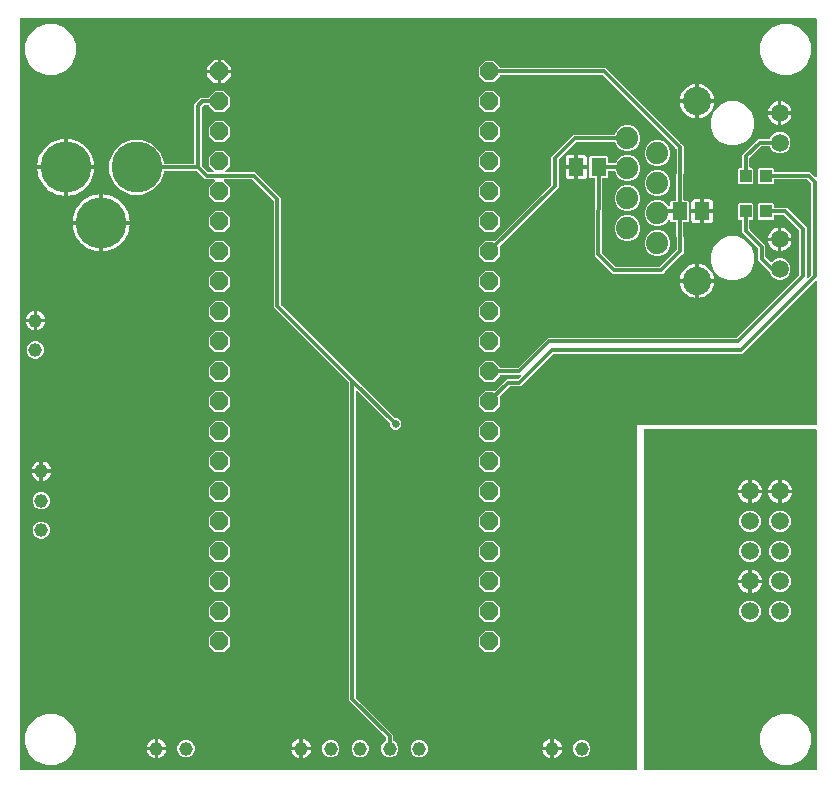
<source format=gbr>
G04 EAGLE Gerber X2 export*
%TF.Part,Single*%
%TF.FileFunction,Copper,L2,Bot,Mixed*%
%TF.FilePolarity,Positive*%
%TF.GenerationSoftware,Autodesk,EAGLE,9.1.1*%
%TF.CreationDate,2018-08-07T16:54:33Z*%
G75*
%MOMM*%
%FSLAX34Y34*%
%LPD*%
%AMOC8*
5,1,8,0,0,1.08239X$1,22.5*%
G01*
%ADD10R,1.300000X1.500000*%
%ADD11C,1.879600*%
%ADD12C,2.400000*%
%ADD13C,1.508000*%
%ADD14C,4.318000*%
%ADD15P,1.632244X8X22.500000*%
%ADD16R,1.000000X1.100000*%
%ADD17C,1.158000*%
%ADD18C,0.304800*%
%ADD19C,0.704800*%
%ADD20C,0.654800*%

G36*
X533420Y11942D02*
X533420Y11942D01*
X533439Y11940D01*
X533541Y11962D01*
X533643Y11979D01*
X533660Y11988D01*
X533680Y11992D01*
X533769Y12045D01*
X533860Y12094D01*
X533874Y12108D01*
X533891Y12118D01*
X533958Y12197D01*
X534030Y12272D01*
X534038Y12290D01*
X534051Y12305D01*
X534090Y12401D01*
X534133Y12495D01*
X534135Y12515D01*
X534143Y12533D01*
X534161Y12700D01*
X534161Y304039D01*
X685800Y304039D01*
X685820Y304042D01*
X685839Y304040D01*
X685941Y304062D01*
X686043Y304079D01*
X686060Y304088D01*
X686080Y304092D01*
X686169Y304145D01*
X686260Y304194D01*
X686274Y304208D01*
X686291Y304218D01*
X686358Y304297D01*
X686430Y304372D01*
X686438Y304390D01*
X686451Y304405D01*
X686490Y304501D01*
X686533Y304595D01*
X686535Y304615D01*
X686543Y304633D01*
X686561Y304800D01*
X686561Y425572D01*
X686550Y425643D01*
X686548Y425714D01*
X686530Y425763D01*
X686522Y425815D01*
X686488Y425878D01*
X686463Y425945D01*
X686431Y425986D01*
X686406Y426032D01*
X686355Y426081D01*
X686310Y426137D01*
X686266Y426166D01*
X686228Y426201D01*
X686163Y426232D01*
X686103Y426270D01*
X686052Y426283D01*
X686005Y426305D01*
X685934Y426313D01*
X685864Y426330D01*
X685812Y426326D01*
X685761Y426332D01*
X685690Y426317D01*
X685619Y426311D01*
X685571Y426291D01*
X685520Y426280D01*
X685459Y426243D01*
X685393Y426215D01*
X685337Y426170D01*
X685309Y426154D01*
X685294Y426136D01*
X685262Y426110D01*
X625772Y366620D01*
X623763Y364611D01*
X464078Y364611D01*
X463988Y364597D01*
X463897Y364589D01*
X463867Y364577D01*
X463835Y364572D01*
X463755Y364529D01*
X463671Y364493D01*
X463639Y364467D01*
X463618Y364456D01*
X463596Y364433D01*
X463540Y364388D01*
X436063Y336911D01*
X426778Y336911D01*
X426688Y336897D01*
X426597Y336889D01*
X426567Y336877D01*
X426535Y336872D01*
X426455Y336829D01*
X426371Y336793D01*
X426339Y336767D01*
X426318Y336756D01*
X426296Y336733D01*
X426240Y336688D01*
X418504Y328952D01*
X418492Y328936D01*
X418477Y328924D01*
X418421Y328836D01*
X418360Y328753D01*
X418354Y328734D01*
X418344Y328717D01*
X418318Y328616D01*
X418288Y328517D01*
X418288Y328497D01*
X418284Y328478D01*
X418292Y328375D01*
X418294Y328272D01*
X418301Y328253D01*
X418303Y328233D01*
X418343Y328138D01*
X418379Y328041D01*
X418391Y328025D01*
X418399Y328007D01*
X418465Y327924D01*
X418465Y320405D01*
X413155Y315095D01*
X405645Y315095D01*
X400335Y320405D01*
X400335Y327915D01*
X405645Y333225D01*
X413163Y333225D01*
X413232Y333180D01*
X413315Y333120D01*
X413334Y333114D01*
X413351Y333104D01*
X413452Y333078D01*
X413550Y333048D01*
X413570Y333048D01*
X413590Y333044D01*
X413693Y333052D01*
X413796Y333054D01*
X413815Y333061D01*
X413835Y333063D01*
X413930Y333103D01*
X414027Y333139D01*
X414043Y333151D01*
X414061Y333159D01*
X414192Y333264D01*
X421928Y341000D01*
X423937Y343009D01*
X433222Y343009D01*
X433312Y343023D01*
X433403Y343031D01*
X433433Y343043D01*
X433465Y343048D01*
X433545Y343091D01*
X433629Y343127D01*
X433661Y343153D01*
X433682Y343164D01*
X433704Y343187D01*
X433760Y343232D01*
X435740Y345212D01*
X435782Y345270D01*
X435831Y345322D01*
X435853Y345369D01*
X435884Y345411D01*
X435905Y345480D01*
X435935Y345545D01*
X435941Y345597D01*
X435956Y345647D01*
X435954Y345718D01*
X435962Y345789D01*
X435951Y345840D01*
X435950Y345892D01*
X435925Y345960D01*
X435910Y346030D01*
X435883Y346075D01*
X435865Y346123D01*
X435820Y346179D01*
X435784Y346241D01*
X435744Y346275D01*
X435712Y346315D01*
X435651Y346354D01*
X435597Y346401D01*
X435548Y346420D01*
X435505Y346448D01*
X435435Y346466D01*
X435369Y346493D01*
X435297Y346501D01*
X435266Y346509D01*
X435243Y346507D01*
X435202Y346511D01*
X419226Y346511D01*
X419206Y346508D01*
X419187Y346510D01*
X419085Y346488D01*
X418983Y346472D01*
X418966Y346462D01*
X418946Y346458D01*
X418857Y346405D01*
X418766Y346356D01*
X418752Y346342D01*
X418735Y346332D01*
X418668Y346253D01*
X418596Y346178D01*
X418588Y346160D01*
X418575Y346145D01*
X418536Y346049D01*
X418493Y345955D01*
X418491Y345935D01*
X418483Y345917D01*
X418472Y345812D01*
X413155Y340495D01*
X405645Y340495D01*
X400335Y345805D01*
X400335Y353315D01*
X405645Y358625D01*
X413155Y358625D01*
X418470Y353309D01*
X418488Y353229D01*
X418504Y353127D01*
X418514Y353110D01*
X418518Y353090D01*
X418571Y353001D01*
X418620Y352910D01*
X418634Y352896D01*
X418644Y352879D01*
X418723Y352812D01*
X418798Y352740D01*
X418816Y352732D01*
X418831Y352719D01*
X418927Y352680D01*
X419021Y352637D01*
X419041Y352635D01*
X419059Y352627D01*
X419226Y352609D01*
X432822Y352609D01*
X432912Y352623D01*
X433003Y352631D01*
X433033Y352643D01*
X433065Y352648D01*
X433145Y352691D01*
X433229Y352727D01*
X433261Y352753D01*
X433282Y352764D01*
X433304Y352787D01*
X433360Y352832D01*
X458737Y378209D01*
X618422Y378209D01*
X618512Y378223D01*
X618603Y378231D01*
X618633Y378243D01*
X618665Y378248D01*
X618745Y378291D01*
X618829Y378327D01*
X618861Y378353D01*
X618882Y378364D01*
X618904Y378387D01*
X618960Y378432D01*
X671728Y431200D01*
X671781Y431274D01*
X671841Y431343D01*
X671853Y431373D01*
X671872Y431400D01*
X671899Y431487D01*
X671933Y431571D01*
X671937Y431612D01*
X671944Y431635D01*
X671943Y431667D01*
X671951Y431738D01*
X671951Y468582D01*
X671937Y468672D01*
X671929Y468763D01*
X671917Y468793D01*
X671912Y468825D01*
X671869Y468905D01*
X671833Y468989D01*
X671807Y469021D01*
X671796Y469042D01*
X671773Y469064D01*
X671728Y469120D01*
X658960Y481888D01*
X658886Y481941D01*
X658817Y482001D01*
X658787Y482013D01*
X658760Y482032D01*
X658673Y482059D01*
X658589Y482093D01*
X658548Y482097D01*
X658525Y482104D01*
X658493Y482103D01*
X658422Y482111D01*
X650786Y482111D01*
X650766Y482108D01*
X650747Y482110D01*
X650645Y482088D01*
X650543Y482072D01*
X650526Y482062D01*
X650506Y482058D01*
X650417Y482005D01*
X650326Y481956D01*
X650312Y481942D01*
X650295Y481932D01*
X650228Y481853D01*
X650156Y481778D01*
X650148Y481760D01*
X650135Y481745D01*
X650096Y481649D01*
X650053Y481555D01*
X650051Y481535D01*
X650043Y481517D01*
X650025Y481350D01*
X650025Y479028D01*
X649132Y478135D01*
X637868Y478135D01*
X636975Y479028D01*
X636975Y491292D01*
X637868Y492185D01*
X649132Y492185D01*
X650025Y491292D01*
X650025Y488970D01*
X650028Y488950D01*
X650026Y488931D01*
X650048Y488829D01*
X650064Y488727D01*
X650074Y488710D01*
X650078Y488690D01*
X650131Y488601D01*
X650180Y488510D01*
X650194Y488496D01*
X650204Y488479D01*
X650283Y488412D01*
X650358Y488340D01*
X650376Y488332D01*
X650391Y488319D01*
X650487Y488280D01*
X650581Y488237D01*
X650601Y488235D01*
X650619Y488227D01*
X650786Y488209D01*
X661263Y488209D01*
X678049Y471423D01*
X678049Y429358D01*
X678060Y429287D01*
X678062Y429216D01*
X678080Y429167D01*
X678088Y429115D01*
X678122Y429052D01*
X678147Y428985D01*
X678179Y428944D01*
X678204Y428898D01*
X678256Y428849D01*
X678300Y428793D01*
X678344Y428764D01*
X678382Y428729D01*
X678447Y428698D01*
X678507Y428660D01*
X678558Y428647D01*
X678605Y428625D01*
X678676Y428617D01*
X678746Y428600D01*
X678798Y428604D01*
X678849Y428598D01*
X678920Y428613D01*
X678991Y428619D01*
X679039Y428639D01*
X679090Y428650D01*
X679151Y428687D01*
X679217Y428715D01*
X679273Y428760D01*
X679301Y428776D01*
X679316Y428794D01*
X679348Y428820D01*
X681728Y431200D01*
X681781Y431274D01*
X681841Y431343D01*
X681853Y431373D01*
X681872Y431400D01*
X681899Y431487D01*
X681933Y431571D01*
X681937Y431612D01*
X681944Y431635D01*
X681943Y431667D01*
X681951Y431738D01*
X681951Y508582D01*
X681937Y508672D01*
X681929Y508763D01*
X681917Y508793D01*
X681912Y508825D01*
X681869Y508905D01*
X681833Y508989D01*
X681807Y509021D01*
X681796Y509042D01*
X681773Y509064D01*
X681728Y509120D01*
X678960Y511888D01*
X678886Y511941D01*
X678817Y512001D01*
X678787Y512013D01*
X678760Y512032D01*
X678673Y512059D01*
X678589Y512093D01*
X678548Y512097D01*
X678525Y512104D01*
X678493Y512103D01*
X678422Y512111D01*
X650786Y512111D01*
X650766Y512108D01*
X650747Y512110D01*
X650645Y512088D01*
X650543Y512072D01*
X650526Y512062D01*
X650506Y512058D01*
X650417Y512005D01*
X650326Y511956D01*
X650312Y511942D01*
X650295Y511932D01*
X650228Y511853D01*
X650156Y511778D01*
X650148Y511760D01*
X650135Y511745D01*
X650096Y511649D01*
X650053Y511555D01*
X650051Y511535D01*
X650043Y511517D01*
X650025Y511350D01*
X650025Y509028D01*
X649132Y508135D01*
X637868Y508135D01*
X636975Y509028D01*
X636975Y521292D01*
X637868Y522185D01*
X649132Y522185D01*
X650025Y521292D01*
X650025Y518970D01*
X650028Y518950D01*
X650026Y518931D01*
X650048Y518829D01*
X650064Y518727D01*
X650074Y518710D01*
X650078Y518690D01*
X650131Y518601D01*
X650180Y518510D01*
X650194Y518496D01*
X650204Y518479D01*
X650283Y518412D01*
X650358Y518340D01*
X650376Y518332D01*
X650391Y518319D01*
X650487Y518280D01*
X650581Y518237D01*
X650601Y518235D01*
X650619Y518227D01*
X650786Y518209D01*
X681263Y518209D01*
X685262Y514210D01*
X685320Y514168D01*
X685372Y514119D01*
X685419Y514097D01*
X685461Y514066D01*
X685530Y514045D01*
X685595Y514015D01*
X685647Y514009D01*
X685697Y513994D01*
X685768Y513996D01*
X685839Y513988D01*
X685890Y513999D01*
X685942Y514000D01*
X686010Y514025D01*
X686080Y514040D01*
X686124Y514067D01*
X686173Y514085D01*
X686229Y514130D01*
X686291Y514166D01*
X686325Y514206D01*
X686365Y514238D01*
X686404Y514299D01*
X686451Y514353D01*
X686470Y514402D01*
X686498Y514445D01*
X686516Y514515D01*
X686543Y514581D01*
X686551Y514653D01*
X686559Y514684D01*
X686557Y514707D01*
X686561Y514748D01*
X686561Y647700D01*
X686558Y647720D01*
X686560Y647739D01*
X686538Y647841D01*
X686522Y647943D01*
X686512Y647960D01*
X686508Y647980D01*
X686455Y648069D01*
X686406Y648160D01*
X686392Y648174D01*
X686382Y648191D01*
X686303Y648258D01*
X686228Y648330D01*
X686210Y648338D01*
X686195Y648351D01*
X686099Y648390D01*
X686005Y648433D01*
X685985Y648435D01*
X685967Y648443D01*
X685800Y648461D01*
X12700Y648461D01*
X12680Y648458D01*
X12661Y648460D01*
X12559Y648438D01*
X12457Y648422D01*
X12440Y648412D01*
X12420Y648408D01*
X12331Y648355D01*
X12240Y648306D01*
X12226Y648292D01*
X12209Y648282D01*
X12142Y648203D01*
X12071Y648128D01*
X12062Y648110D01*
X12049Y648095D01*
X12010Y647999D01*
X11967Y647905D01*
X11965Y647885D01*
X11957Y647867D01*
X11939Y647700D01*
X11939Y12700D01*
X11942Y12680D01*
X11940Y12661D01*
X11962Y12559D01*
X11979Y12457D01*
X11988Y12440D01*
X11992Y12420D01*
X12045Y12331D01*
X12094Y12240D01*
X12108Y12226D01*
X12118Y12209D01*
X12197Y12142D01*
X12272Y12071D01*
X12290Y12062D01*
X12305Y12049D01*
X12401Y12010D01*
X12495Y11967D01*
X12515Y11965D01*
X12533Y11957D01*
X12700Y11939D01*
X533400Y11939D01*
X533420Y11942D01*
G37*
G36*
X685820Y11942D02*
X685820Y11942D01*
X685839Y11940D01*
X685941Y11962D01*
X686043Y11979D01*
X686060Y11988D01*
X686080Y11992D01*
X686169Y12045D01*
X686260Y12094D01*
X686274Y12108D01*
X686291Y12118D01*
X686358Y12197D01*
X686430Y12272D01*
X686438Y12290D01*
X686451Y12305D01*
X686490Y12401D01*
X686533Y12495D01*
X686535Y12515D01*
X686543Y12533D01*
X686561Y12700D01*
X686561Y299720D01*
X686560Y299728D01*
X686560Y299731D01*
X686558Y299740D01*
X686560Y299759D01*
X686538Y299861D01*
X686522Y299963D01*
X686512Y299980D01*
X686508Y300000D01*
X686455Y300089D01*
X686406Y300180D01*
X686392Y300194D01*
X686382Y300211D01*
X686303Y300278D01*
X686228Y300350D01*
X686210Y300358D01*
X686195Y300371D01*
X686099Y300410D01*
X686005Y300453D01*
X685985Y300455D01*
X685967Y300463D01*
X685800Y300481D01*
X541020Y300481D01*
X541000Y300478D01*
X540981Y300480D01*
X540879Y300458D01*
X540777Y300442D01*
X540760Y300432D01*
X540740Y300428D01*
X540651Y300375D01*
X540560Y300326D01*
X540546Y300312D01*
X540529Y300302D01*
X540462Y300223D01*
X540391Y300148D01*
X540382Y300130D01*
X540369Y300115D01*
X540330Y300019D01*
X540287Y299925D01*
X540285Y299905D01*
X540277Y299887D01*
X540259Y299720D01*
X540259Y12700D01*
X540262Y12680D01*
X540260Y12661D01*
X540282Y12559D01*
X540299Y12457D01*
X540308Y12440D01*
X540312Y12420D01*
X540365Y12331D01*
X540414Y12240D01*
X540428Y12226D01*
X540438Y12209D01*
X540517Y12142D01*
X540592Y12071D01*
X540610Y12062D01*
X540625Y12049D01*
X540721Y12010D01*
X540815Y11967D01*
X540835Y11965D01*
X540853Y11957D01*
X541020Y11939D01*
X685800Y11939D01*
X685820Y11942D01*
G37*
%LPC*%
G36*
X323545Y22845D02*
X323545Y22845D01*
X320857Y23959D01*
X318799Y26017D01*
X317685Y28705D01*
X317685Y31615D01*
X318799Y34303D01*
X320857Y36361D01*
X321481Y36620D01*
X321581Y36682D01*
X321681Y36741D01*
X321685Y36746D01*
X321690Y36749D01*
X321765Y36839D01*
X321841Y36928D01*
X321843Y36934D01*
X321847Y36939D01*
X321889Y37048D01*
X321933Y37156D01*
X321934Y37164D01*
X321935Y37169D01*
X321936Y37187D01*
X321951Y37323D01*
X321951Y39182D01*
X321937Y39272D01*
X321929Y39363D01*
X321917Y39393D01*
X321912Y39425D01*
X321869Y39505D01*
X321833Y39589D01*
X321807Y39621D01*
X321796Y39642D01*
X321773Y39664D01*
X321728Y39720D01*
X290401Y71047D01*
X290401Y340132D01*
X290387Y340222D01*
X290379Y340313D01*
X290367Y340343D01*
X290362Y340375D01*
X290319Y340455D01*
X290283Y340539D01*
X290257Y340571D01*
X290246Y340592D01*
X290223Y340614D01*
X290178Y340670D01*
X226951Y403897D01*
X226951Y493582D01*
X226937Y493672D01*
X226929Y493763D01*
X226917Y493793D01*
X226912Y493825D01*
X226869Y493905D01*
X226833Y493989D01*
X226807Y494021D01*
X226796Y494042D01*
X226773Y494064D01*
X226728Y494120D01*
X208960Y511888D01*
X208886Y511941D01*
X208817Y512001D01*
X208787Y512013D01*
X208760Y512032D01*
X208673Y512059D01*
X208589Y512093D01*
X208548Y512097D01*
X208525Y512104D01*
X208493Y512103D01*
X208422Y512111D01*
X185306Y512111D01*
X185235Y512100D01*
X185164Y512098D01*
X185115Y512080D01*
X185063Y512072D01*
X185000Y512038D01*
X184933Y512013D01*
X184892Y511981D01*
X184846Y511956D01*
X184797Y511904D01*
X184741Y511860D01*
X184712Y511816D01*
X184676Y511778D01*
X184646Y511713D01*
X184608Y511653D01*
X184595Y511602D01*
X184573Y511555D01*
X184565Y511484D01*
X184547Y511414D01*
X184552Y511362D01*
X184546Y511311D01*
X184561Y511240D01*
X184567Y511169D01*
X184587Y511121D01*
X184598Y511070D01*
X184635Y511009D01*
X184663Y510943D01*
X184708Y510887D01*
X184724Y510859D01*
X184742Y510844D01*
X184768Y510812D01*
X189865Y505715D01*
X189865Y498205D01*
X184555Y492895D01*
X177045Y492895D01*
X171735Y498205D01*
X171735Y505715D01*
X176832Y510812D01*
X176874Y510870D01*
X176924Y510922D01*
X176945Y510969D01*
X176976Y511011D01*
X176997Y511080D01*
X177027Y511145D01*
X177033Y511197D01*
X177048Y511247D01*
X177046Y511318D01*
X177054Y511389D01*
X177043Y511440D01*
X177042Y511492D01*
X177017Y511560D01*
X177002Y511630D01*
X176975Y511675D01*
X176957Y511723D01*
X176913Y511779D01*
X176876Y511841D01*
X176836Y511875D01*
X176804Y511915D01*
X176743Y511954D01*
X176689Y512001D01*
X176641Y512020D01*
X176597Y512048D01*
X176527Y512066D01*
X176461Y512093D01*
X176389Y512101D01*
X176358Y512109D01*
X176335Y512107D01*
X176294Y512111D01*
X168737Y512111D01*
X161660Y519188D01*
X161586Y519241D01*
X161517Y519301D01*
X161487Y519313D01*
X161460Y519332D01*
X161373Y519359D01*
X161289Y519393D01*
X161248Y519397D01*
X161225Y519404D01*
X161193Y519403D01*
X161122Y519411D01*
X134676Y519411D01*
X134656Y519408D01*
X134637Y519410D01*
X134535Y519388D01*
X134433Y519372D01*
X134416Y519362D01*
X134396Y519358D01*
X134307Y519305D01*
X134216Y519256D01*
X134202Y519242D01*
X134185Y519232D01*
X134118Y519153D01*
X134046Y519078D01*
X134038Y519060D01*
X134025Y519045D01*
X133986Y518949D01*
X133943Y518855D01*
X133941Y518835D01*
X133933Y518817D01*
X133915Y518650D01*
X133915Y517862D01*
X130396Y509367D01*
X123893Y502864D01*
X115398Y499345D01*
X106202Y499345D01*
X97707Y502864D01*
X91204Y509367D01*
X87685Y517862D01*
X87685Y527058D01*
X91204Y535553D01*
X97707Y542056D01*
X106202Y545575D01*
X115398Y545575D01*
X123893Y542056D01*
X130396Y535553D01*
X133915Y527058D01*
X133915Y526270D01*
X133918Y526250D01*
X133916Y526231D01*
X133938Y526129D01*
X133954Y526027D01*
X133964Y526010D01*
X133968Y525990D01*
X134021Y525901D01*
X134070Y525810D01*
X134084Y525796D01*
X134094Y525779D01*
X134173Y525712D01*
X134248Y525640D01*
X134266Y525632D01*
X134281Y525619D01*
X134377Y525580D01*
X134471Y525537D01*
X134491Y525535D01*
X134509Y525527D01*
X134676Y525509D01*
X158890Y525509D01*
X158910Y525512D01*
X158929Y525510D01*
X159031Y525532D01*
X159133Y525548D01*
X159150Y525558D01*
X159170Y525562D01*
X159259Y525615D01*
X159350Y525664D01*
X159364Y525678D01*
X159381Y525688D01*
X159448Y525767D01*
X159520Y525842D01*
X159528Y525860D01*
X159541Y525875D01*
X159580Y525971D01*
X159623Y526065D01*
X159625Y526085D01*
X159633Y526103D01*
X159651Y526270D01*
X159651Y575623D01*
X165237Y581209D01*
X170974Y581209D01*
X170994Y581212D01*
X171013Y581210D01*
X171115Y581232D01*
X171217Y581248D01*
X171234Y581258D01*
X171254Y581262D01*
X171343Y581315D01*
X171434Y581364D01*
X171448Y581378D01*
X171465Y581388D01*
X171532Y581467D01*
X171604Y581542D01*
X171612Y581560D01*
X171625Y581575D01*
X171664Y581671D01*
X171707Y581765D01*
X171709Y581785D01*
X171717Y581803D01*
X171728Y581908D01*
X177045Y587225D01*
X184555Y587225D01*
X189865Y581915D01*
X189865Y574405D01*
X184555Y569095D01*
X177045Y569095D01*
X171730Y574411D01*
X171712Y574491D01*
X171696Y574593D01*
X171686Y574610D01*
X171682Y574630D01*
X171629Y574719D01*
X171580Y574810D01*
X171566Y574824D01*
X171556Y574841D01*
X171477Y574908D01*
X171402Y574980D01*
X171384Y574988D01*
X171369Y575001D01*
X171273Y575040D01*
X171179Y575083D01*
X171159Y575085D01*
X171141Y575093D01*
X170974Y575111D01*
X168078Y575111D01*
X167988Y575097D01*
X167897Y575089D01*
X167867Y575077D01*
X167835Y575072D01*
X167755Y575029D01*
X167671Y574993D01*
X167639Y574967D01*
X167618Y574956D01*
X167596Y574933D01*
X167540Y574888D01*
X165972Y573320D01*
X165919Y573246D01*
X165859Y573177D01*
X165847Y573147D01*
X165828Y573120D01*
X165801Y573033D01*
X165767Y572949D01*
X165763Y572908D01*
X165756Y572885D01*
X165757Y572853D01*
X165749Y572782D01*
X165749Y524038D01*
X165763Y523948D01*
X165771Y523857D01*
X165783Y523827D01*
X165788Y523795D01*
X165831Y523715D01*
X165867Y523631D01*
X165893Y523599D01*
X165904Y523578D01*
X165927Y523556D01*
X165972Y523500D01*
X171040Y518432D01*
X171114Y518379D01*
X171183Y518319D01*
X171213Y518307D01*
X171240Y518288D01*
X171327Y518261D01*
X171411Y518227D01*
X171452Y518223D01*
X171475Y518216D01*
X171507Y518217D01*
X171578Y518209D01*
X175294Y518209D01*
X175365Y518220D01*
X175436Y518222D01*
X175485Y518240D01*
X175537Y518248D01*
X175600Y518282D01*
X175667Y518307D01*
X175708Y518339D01*
X175754Y518364D01*
X175803Y518416D01*
X175859Y518460D01*
X175888Y518504D01*
X175924Y518542D01*
X175954Y518607D01*
X175992Y518667D01*
X176005Y518718D01*
X176027Y518765D01*
X176035Y518836D01*
X176053Y518906D01*
X176048Y518958D01*
X176054Y519009D01*
X176039Y519080D01*
X176033Y519151D01*
X176013Y519199D01*
X176002Y519250D01*
X175965Y519311D01*
X175937Y519377D01*
X175892Y519433D01*
X175876Y519461D01*
X175858Y519476D01*
X175832Y519508D01*
X171735Y523605D01*
X171735Y531115D01*
X177045Y536425D01*
X184555Y536425D01*
X189865Y531115D01*
X189865Y523605D01*
X185768Y519508D01*
X185726Y519450D01*
X185676Y519398D01*
X185655Y519351D01*
X185624Y519309D01*
X185603Y519240D01*
X185573Y519175D01*
X185567Y519123D01*
X185552Y519073D01*
X185554Y519002D01*
X185546Y518931D01*
X185557Y518880D01*
X185558Y518828D01*
X185583Y518760D01*
X185598Y518690D01*
X185625Y518645D01*
X185643Y518597D01*
X185687Y518541D01*
X185724Y518479D01*
X185764Y518445D01*
X185796Y518405D01*
X185857Y518366D01*
X185911Y518319D01*
X185959Y518300D01*
X186003Y518272D01*
X186073Y518254D01*
X186139Y518227D01*
X186211Y518219D01*
X186242Y518211D01*
X186265Y518213D01*
X186306Y518209D01*
X211263Y518209D01*
X233049Y496423D01*
X233049Y406738D01*
X233063Y406648D01*
X233071Y406557D01*
X233083Y406527D01*
X233088Y406495D01*
X233131Y406415D01*
X233167Y406331D01*
X233193Y406299D01*
X233204Y406278D01*
X233227Y406256D01*
X233272Y406200D01*
X329290Y310182D01*
X329364Y310129D01*
X329433Y310069D01*
X329463Y310057D01*
X329490Y310038D01*
X329577Y310011D01*
X329661Y309977D01*
X329702Y309973D01*
X329725Y309966D01*
X329757Y309967D01*
X329828Y309959D01*
X331988Y309959D01*
X334799Y307148D01*
X334799Y303172D01*
X331988Y300361D01*
X328012Y300361D01*
X325201Y303172D01*
X325201Y305332D01*
X325187Y305422D01*
X325179Y305513D01*
X325167Y305543D01*
X325162Y305575D01*
X325119Y305655D01*
X325083Y305739D01*
X325057Y305771D01*
X325046Y305792D01*
X325023Y305814D01*
X324978Y305870D01*
X297798Y333050D01*
X297740Y333092D01*
X297688Y333141D01*
X297641Y333163D01*
X297599Y333194D01*
X297530Y333215D01*
X297465Y333245D01*
X297413Y333251D01*
X297363Y333266D01*
X297292Y333264D01*
X297221Y333272D01*
X297170Y333261D01*
X297118Y333260D01*
X297050Y333235D01*
X296980Y333220D01*
X296935Y333193D01*
X296887Y333175D01*
X296831Y333130D01*
X296769Y333094D01*
X296735Y333054D01*
X296695Y333022D01*
X296656Y332961D01*
X296609Y332907D01*
X296590Y332858D01*
X296562Y332815D01*
X296544Y332745D01*
X296517Y332679D01*
X296509Y332607D01*
X296501Y332576D01*
X296503Y332553D01*
X296499Y332512D01*
X296499Y73888D01*
X296513Y73798D01*
X296521Y73707D01*
X296533Y73677D01*
X296538Y73645D01*
X296581Y73565D01*
X296617Y73481D01*
X296643Y73449D01*
X296654Y73428D01*
X296677Y73406D01*
X296722Y73350D01*
X328049Y42023D01*
X328049Y37323D01*
X328067Y37209D01*
X328085Y37092D01*
X328087Y37087D01*
X328088Y37080D01*
X328143Y36977D01*
X328196Y36873D01*
X328201Y36869D01*
X328204Y36863D01*
X328289Y36782D01*
X328372Y36701D01*
X328378Y36697D01*
X328382Y36694D01*
X328399Y36686D01*
X328519Y36620D01*
X329143Y36361D01*
X331201Y34303D01*
X332315Y31615D01*
X332315Y28705D01*
X331201Y26017D01*
X329143Y23959D01*
X326455Y22845D01*
X323545Y22845D01*
G37*
%LPD*%
%LPC*%
G36*
X513737Y432111D02*
X513737Y432111D01*
X500449Y445399D01*
X500398Y445436D01*
X499340Y446508D01*
X499338Y446510D01*
X499336Y446512D01*
X498443Y447406D01*
X498451Y448666D01*
X498451Y448668D01*
X498451Y448671D01*
X498451Y450134D01*
X498455Y450145D01*
X498454Y450177D01*
X498462Y450244D01*
X498885Y512869D01*
X498884Y512878D01*
X498884Y512881D01*
X498882Y512891D01*
X498884Y512913D01*
X498863Y513012D01*
X498847Y513112D01*
X498837Y513132D01*
X498832Y513154D01*
X498780Y513241D01*
X498733Y513330D01*
X498717Y513346D01*
X498706Y513365D01*
X498629Y513431D01*
X498556Y513501D01*
X498536Y513510D01*
X498519Y513525D01*
X498425Y513563D01*
X498334Y513606D01*
X498311Y513608D01*
X498291Y513617D01*
X498124Y513635D01*
X494868Y513635D01*
X493975Y514528D01*
X493975Y530792D01*
X494868Y531685D01*
X509132Y531685D01*
X510025Y530792D01*
X510025Y526470D01*
X510028Y526450D01*
X510026Y526431D01*
X510048Y526329D01*
X510064Y526227D01*
X510074Y526210D01*
X510078Y526190D01*
X510131Y526101D01*
X510180Y526010D01*
X510194Y525996D01*
X510204Y525979D01*
X510283Y525912D01*
X510358Y525840D01*
X510376Y525832D01*
X510391Y525819D01*
X510487Y525780D01*
X510581Y525737D01*
X510601Y525735D01*
X510619Y525727D01*
X510786Y525709D01*
X515716Y525709D01*
X515831Y525728D01*
X515947Y525745D01*
X515953Y525747D01*
X515959Y525748D01*
X516062Y525803D01*
X516167Y525856D01*
X516171Y525861D01*
X516177Y525864D01*
X516256Y525948D01*
X516339Y526032D01*
X516342Y526038D01*
X516346Y526042D01*
X516354Y526059D01*
X516420Y526179D01*
X517090Y527797D01*
X520163Y530870D01*
X524177Y532533D01*
X528523Y532533D01*
X532537Y530870D01*
X535610Y527797D01*
X537273Y523783D01*
X537273Y519437D01*
X535610Y515423D01*
X532537Y512350D01*
X528523Y510687D01*
X524177Y510687D01*
X520163Y512350D01*
X517090Y515423D01*
X515550Y519141D01*
X515488Y519241D01*
X515428Y519341D01*
X515424Y519345D01*
X515420Y519350D01*
X515330Y519425D01*
X515241Y519501D01*
X515236Y519503D01*
X515231Y519507D01*
X515122Y519549D01*
X515013Y519593D01*
X515006Y519594D01*
X515001Y519595D01*
X514983Y519596D01*
X514847Y519611D01*
X510786Y519611D01*
X510766Y519608D01*
X510747Y519610D01*
X510645Y519588D01*
X510543Y519572D01*
X510526Y519562D01*
X510506Y519558D01*
X510417Y519505D01*
X510326Y519456D01*
X510312Y519442D01*
X510295Y519432D01*
X510228Y519353D01*
X510156Y519278D01*
X510148Y519260D01*
X510135Y519245D01*
X510096Y519149D01*
X510053Y519055D01*
X510051Y519035D01*
X510043Y519017D01*
X510025Y518850D01*
X510025Y514528D01*
X509132Y513635D01*
X505744Y513635D01*
X505727Y513632D01*
X505710Y513634D01*
X505606Y513613D01*
X505501Y513596D01*
X505486Y513587D01*
X505469Y513584D01*
X505377Y513530D01*
X505284Y513480D01*
X505272Y513468D01*
X505257Y513459D01*
X505187Y513379D01*
X505114Y513302D01*
X505107Y513286D01*
X505096Y513273D01*
X505055Y513175D01*
X505011Y513079D01*
X505009Y513062D01*
X505002Y513046D01*
X504983Y512879D01*
X504559Y450233D01*
X504574Y450140D01*
X504581Y450046D01*
X504593Y450019D01*
X504598Y449990D01*
X504641Y449906D01*
X504678Y449820D01*
X504701Y449791D01*
X504711Y449771D01*
X504735Y449749D01*
X504782Y449689D01*
X516040Y438432D01*
X516114Y438379D01*
X516183Y438319D01*
X516213Y438307D01*
X516240Y438288D01*
X516327Y438261D01*
X516411Y438227D01*
X516452Y438223D01*
X516475Y438216D01*
X516507Y438217D01*
X516578Y438209D01*
X553422Y438209D01*
X553512Y438223D01*
X553603Y438231D01*
X553633Y438243D01*
X553665Y438248D01*
X553745Y438291D01*
X553829Y438327D01*
X553861Y438353D01*
X553882Y438364D01*
X553904Y438387D01*
X553960Y438432D01*
X567705Y452177D01*
X567749Y452237D01*
X567784Y452274D01*
X567792Y452292D01*
X567823Y452330D01*
X567833Y452355D01*
X567849Y452376D01*
X567877Y452469D01*
X567912Y452559D01*
X567915Y452592D01*
X567921Y452611D01*
X567920Y452645D01*
X567928Y452726D01*
X567595Y475385D01*
X567592Y475399D01*
X567594Y475413D01*
X567571Y475520D01*
X567551Y475627D01*
X567545Y475640D01*
X567542Y475654D01*
X567486Y475747D01*
X567433Y475843D01*
X567423Y475853D01*
X567415Y475865D01*
X567333Y475936D01*
X567252Y476010D01*
X567239Y476016D01*
X567228Y476025D01*
X567127Y476066D01*
X567028Y476110D01*
X567014Y476111D01*
X567000Y476117D01*
X566834Y476135D01*
X563368Y476135D01*
X562475Y477028D01*
X562475Y477034D01*
X562460Y477130D01*
X562450Y477227D01*
X562440Y477251D01*
X562436Y477276D01*
X562390Y477362D01*
X562350Y477451D01*
X562333Y477471D01*
X562320Y477494D01*
X562250Y477561D01*
X562184Y477632D01*
X562161Y477645D01*
X562142Y477663D01*
X562054Y477704D01*
X561968Y477751D01*
X561943Y477756D01*
X561919Y477767D01*
X561822Y477777D01*
X561726Y477795D01*
X561700Y477791D01*
X561675Y477794D01*
X561579Y477773D01*
X561483Y477759D01*
X561460Y477747D01*
X561434Y477742D01*
X561350Y477692D01*
X561264Y477647D01*
X561245Y477629D01*
X561223Y477615D01*
X561160Y477541D01*
X561092Y477472D01*
X561076Y477443D01*
X561063Y477428D01*
X561051Y477398D01*
X561011Y477325D01*
X561010Y477323D01*
X557937Y474250D01*
X553923Y472587D01*
X549577Y472587D01*
X545563Y474250D01*
X542490Y477323D01*
X540827Y481337D01*
X540827Y485683D01*
X542490Y489697D01*
X545563Y492770D01*
X549577Y494433D01*
X553923Y494433D01*
X557937Y492770D01*
X561010Y489697D01*
X561011Y489695D01*
X561062Y489612D01*
X561108Y489526D01*
X561126Y489508D01*
X561140Y489486D01*
X561215Y489424D01*
X561286Y489357D01*
X561310Y489346D01*
X561330Y489329D01*
X561421Y489294D01*
X561509Y489253D01*
X561535Y489250D01*
X561559Y489241D01*
X561657Y489237D01*
X561753Y489226D01*
X561779Y489232D01*
X561805Y489231D01*
X561899Y489258D01*
X561994Y489278D01*
X562016Y489292D01*
X562041Y489299D01*
X562121Y489355D01*
X562205Y489405D01*
X562222Y489424D01*
X562243Y489439D01*
X562302Y489518D01*
X562365Y489592D01*
X562375Y489616D01*
X562390Y489637D01*
X562420Y489729D01*
X562457Y489820D01*
X562460Y489852D01*
X562466Y489871D01*
X562466Y489903D01*
X562475Y489986D01*
X562475Y493292D01*
X563368Y494185D01*
X566780Y494185D01*
X566797Y494187D01*
X566813Y494185D01*
X566918Y494207D01*
X567023Y494224D01*
X567038Y494232D01*
X567054Y494235D01*
X567146Y494290D01*
X567241Y494340D01*
X567252Y494351D01*
X567266Y494360D01*
X567336Y494440D01*
X567410Y494518D01*
X567417Y494533D01*
X567428Y494545D01*
X567469Y494644D01*
X567514Y494741D01*
X567515Y494757D01*
X567522Y494772D01*
X567542Y494939D01*
X567937Y537589D01*
X567922Y537683D01*
X567915Y537777D01*
X567904Y537804D01*
X567899Y537833D01*
X567856Y537917D01*
X567818Y538004D01*
X567796Y538032D01*
X567786Y538051D01*
X567762Y538074D01*
X567714Y538135D01*
X505560Y600288D01*
X505486Y600341D01*
X505417Y600401D01*
X505387Y600413D01*
X505360Y600432D01*
X505273Y600459D01*
X505189Y600493D01*
X505148Y600497D01*
X505125Y600504D01*
X505093Y600503D01*
X505022Y600511D01*
X419226Y600511D01*
X419206Y600508D01*
X419187Y600510D01*
X419085Y600488D01*
X418983Y600472D01*
X418966Y600462D01*
X418946Y600458D01*
X418857Y600405D01*
X418766Y600356D01*
X418752Y600342D01*
X418735Y600332D01*
X418668Y600253D01*
X418596Y600178D01*
X418588Y600160D01*
X418575Y600145D01*
X418536Y600049D01*
X418493Y599955D01*
X418491Y599935D01*
X418483Y599917D01*
X418472Y599812D01*
X413155Y594495D01*
X405645Y594495D01*
X400335Y599805D01*
X400335Y607315D01*
X405645Y612625D01*
X413155Y612625D01*
X418470Y607309D01*
X418488Y607229D01*
X418504Y607127D01*
X418514Y607110D01*
X418518Y607090D01*
X418571Y607001D01*
X418620Y606910D01*
X418634Y606896D01*
X418644Y606879D01*
X418723Y606812D01*
X418798Y606740D01*
X418816Y606732D01*
X418831Y606719D01*
X418927Y606680D01*
X419021Y606637D01*
X419041Y606635D01*
X419059Y606627D01*
X419226Y606609D01*
X507863Y606609D01*
X572054Y542417D01*
X572124Y542367D01*
X573162Y541309D01*
X573164Y541308D01*
X573167Y541304D01*
X574060Y540411D01*
X574049Y539151D01*
X574049Y539148D01*
X574049Y539144D01*
X574049Y537695D01*
X574041Y537671D01*
X574042Y537639D01*
X574034Y537574D01*
X573640Y494953D01*
X573643Y494930D01*
X573641Y494907D01*
X573662Y494808D01*
X573677Y494710D01*
X573688Y494689D01*
X573693Y494666D01*
X573744Y494580D01*
X573790Y494491D01*
X573807Y494475D01*
X573819Y494455D01*
X573895Y494390D01*
X573967Y494320D01*
X573988Y494310D01*
X574006Y494295D01*
X574099Y494258D01*
X574189Y494215D01*
X574212Y494212D01*
X574234Y494203D01*
X574401Y494185D01*
X577632Y494185D01*
X578525Y493292D01*
X578525Y477028D01*
X577632Y476135D01*
X574454Y476135D01*
X574429Y476131D01*
X574404Y476134D01*
X574308Y476111D01*
X574212Y476096D01*
X574189Y476084D01*
X574164Y476078D01*
X574081Y476026D01*
X573994Y475980D01*
X573977Y475962D01*
X573955Y475949D01*
X573892Y475873D01*
X573825Y475802D01*
X573814Y475779D01*
X573798Y475759D01*
X573763Y475668D01*
X573721Y475579D01*
X573718Y475554D01*
X573709Y475530D01*
X573693Y475363D01*
X574026Y452750D01*
X574041Y452666D01*
X574048Y452580D01*
X574049Y452577D01*
X574049Y451187D01*
X574049Y451183D01*
X574049Y451176D01*
X574067Y449916D01*
X573175Y449023D01*
X573172Y449019D01*
X573167Y449015D01*
X572199Y448018D01*
X572194Y448016D01*
X572156Y447986D01*
X572133Y447973D01*
X572112Y447950D01*
X572063Y447911D01*
X558272Y434120D01*
X556263Y432111D01*
X513737Y432111D01*
G37*
%LPD*%
%LPC*%
G36*
X405645Y442095D02*
X405645Y442095D01*
X400335Y447405D01*
X400335Y454915D01*
X405645Y460225D01*
X413163Y460225D01*
X413232Y460180D01*
X413315Y460120D01*
X413334Y460114D01*
X413351Y460104D01*
X413452Y460078D01*
X413550Y460048D01*
X413570Y460048D01*
X413590Y460044D01*
X413693Y460052D01*
X413796Y460054D01*
X413815Y460061D01*
X413835Y460063D01*
X413930Y460103D01*
X414027Y460139D01*
X414043Y460151D01*
X414061Y460159D01*
X414192Y460264D01*
X461728Y507800D01*
X461781Y507874D01*
X461841Y507943D01*
X461853Y507973D01*
X461872Y508000D01*
X461899Y508087D01*
X461933Y508171D01*
X461937Y508212D01*
X461944Y508235D01*
X461943Y508267D01*
X461951Y508338D01*
X461951Y531423D01*
X480587Y550059D01*
X515282Y550059D01*
X515396Y550078D01*
X515512Y550095D01*
X515518Y550097D01*
X515524Y550098D01*
X515627Y550153D01*
X515732Y550206D01*
X515736Y550211D01*
X515742Y550214D01*
X515821Y550298D01*
X515904Y550382D01*
X515908Y550388D01*
X515911Y550392D01*
X515919Y550409D01*
X515985Y550529D01*
X517090Y553197D01*
X520163Y556270D01*
X524177Y557933D01*
X528523Y557933D01*
X532537Y556270D01*
X535610Y553197D01*
X537273Y549183D01*
X537273Y544837D01*
X535610Y540823D01*
X532537Y537750D01*
X528523Y536087D01*
X524177Y536087D01*
X520163Y537750D01*
X517090Y540823D01*
X515985Y543491D01*
X515923Y543591D01*
X515863Y543691D01*
X515859Y543695D01*
X515855Y543700D01*
X515765Y543775D01*
X515676Y543851D01*
X515671Y543853D01*
X515666Y543857D01*
X515557Y543899D01*
X515448Y543943D01*
X515441Y543944D01*
X515436Y543945D01*
X515418Y543946D01*
X515282Y543961D01*
X483428Y543961D01*
X483338Y543947D01*
X483247Y543939D01*
X483217Y543927D01*
X483185Y543922D01*
X483105Y543879D01*
X483021Y543843D01*
X482989Y543817D01*
X482968Y543806D01*
X482946Y543783D01*
X482890Y543738D01*
X468272Y529120D01*
X468219Y529046D01*
X468159Y528977D01*
X468147Y528947D01*
X468128Y528920D01*
X468101Y528833D01*
X468067Y528749D01*
X468063Y528708D01*
X468056Y528685D01*
X468057Y528653D01*
X468049Y528582D01*
X468049Y505497D01*
X466040Y503488D01*
X418504Y455952D01*
X418492Y455936D01*
X418477Y455924D01*
X418420Y455836D01*
X418360Y455752D01*
X418354Y455734D01*
X418344Y455717D01*
X418318Y455616D01*
X418288Y455517D01*
X418288Y455497D01*
X418284Y455478D01*
X418292Y455375D01*
X418294Y455272D01*
X418301Y455253D01*
X418303Y455233D01*
X418343Y455138D01*
X418379Y455041D01*
X418391Y455025D01*
X418399Y455007D01*
X418465Y454924D01*
X418465Y447405D01*
X413155Y442095D01*
X405645Y442095D01*
G37*
%LPD*%
%LPC*%
G36*
X33815Y600759D02*
X33815Y600759D01*
X25898Y604039D01*
X19839Y610098D01*
X16559Y618015D01*
X16559Y626585D01*
X19839Y634502D01*
X25898Y640561D01*
X33815Y643841D01*
X42385Y643841D01*
X50302Y640561D01*
X56361Y634502D01*
X59641Y626585D01*
X59641Y618015D01*
X56361Y610098D01*
X50302Y604039D01*
X42385Y600759D01*
X33815Y600759D01*
G37*
%LPD*%
%LPC*%
G36*
X33815Y16559D02*
X33815Y16559D01*
X25898Y19839D01*
X19839Y25898D01*
X16559Y33815D01*
X16559Y42385D01*
X19839Y50302D01*
X25898Y56361D01*
X33815Y59641D01*
X42385Y59641D01*
X50302Y56361D01*
X56361Y50302D01*
X59641Y42385D01*
X59641Y33815D01*
X56361Y25898D01*
X50302Y19839D01*
X42385Y16559D01*
X33815Y16559D01*
G37*
%LPD*%
%LPC*%
G36*
X656115Y600759D02*
X656115Y600759D01*
X648198Y604039D01*
X642139Y610098D01*
X638859Y618015D01*
X638859Y626585D01*
X642139Y634502D01*
X648198Y640561D01*
X656115Y643841D01*
X664685Y643841D01*
X672602Y640561D01*
X678661Y634502D01*
X681941Y626585D01*
X681941Y618015D01*
X678661Y610098D01*
X672602Y604039D01*
X664685Y600759D01*
X656115Y600759D01*
G37*
%LPD*%
%LPC*%
G36*
X656115Y16559D02*
X656115Y16559D01*
X648198Y19839D01*
X642139Y25898D01*
X638859Y33815D01*
X638859Y42385D01*
X642139Y50302D01*
X648198Y56361D01*
X656115Y59641D01*
X664685Y59641D01*
X672602Y56361D01*
X678661Y50302D01*
X681941Y42385D01*
X681941Y33815D01*
X678661Y25898D01*
X672602Y19839D01*
X664685Y16559D01*
X656115Y16559D01*
G37*
%LPD*%
%LPC*%
G36*
X611562Y541169D02*
X611562Y541169D01*
X604747Y543992D01*
X599532Y549207D01*
X596709Y556022D01*
X596709Y563398D01*
X599532Y570213D01*
X604747Y575428D01*
X611562Y578251D01*
X618938Y578251D01*
X625753Y575428D01*
X630968Y570213D01*
X633791Y563398D01*
X633791Y556022D01*
X630968Y549207D01*
X625753Y543992D01*
X618938Y541169D01*
X611562Y541169D01*
G37*
%LPD*%
%LPC*%
G36*
X611562Y426869D02*
X611562Y426869D01*
X604747Y429692D01*
X599532Y434907D01*
X596709Y441722D01*
X596709Y449098D01*
X599532Y455913D01*
X604747Y461128D01*
X611562Y463951D01*
X618938Y463951D01*
X625753Y461128D01*
X630968Y455913D01*
X633791Y449098D01*
X633791Y441722D01*
X630968Y434907D01*
X625753Y429692D01*
X618938Y426869D01*
X611562Y426869D01*
G37*
%LPD*%
%LPC*%
G36*
X653397Y427295D02*
X653397Y427295D01*
X650065Y428675D01*
X647515Y431225D01*
X646083Y434684D01*
X646048Y434740D01*
X646023Y434800D01*
X645971Y434865D01*
X645953Y434893D01*
X645938Y434905D01*
X645918Y434931D01*
X636951Y443897D01*
X636951Y453582D01*
X636937Y453672D01*
X636929Y453763D01*
X636917Y453793D01*
X636912Y453825D01*
X636869Y453905D01*
X636833Y453989D01*
X636807Y454021D01*
X636796Y454042D01*
X636773Y454064D01*
X636728Y454120D01*
X623451Y467397D01*
X623451Y477374D01*
X623448Y477394D01*
X623450Y477413D01*
X623428Y477515D01*
X623412Y477617D01*
X623402Y477634D01*
X623398Y477654D01*
X623345Y477743D01*
X623296Y477834D01*
X623282Y477848D01*
X623272Y477865D01*
X623193Y477932D01*
X623118Y478004D01*
X623100Y478012D01*
X623085Y478025D01*
X622989Y478064D01*
X622895Y478107D01*
X622875Y478109D01*
X622857Y478117D01*
X622690Y478135D01*
X620868Y478135D01*
X619975Y479028D01*
X619975Y491292D01*
X620868Y492185D01*
X632132Y492185D01*
X633025Y491292D01*
X633025Y479028D01*
X632132Y478135D01*
X630310Y478135D01*
X630290Y478132D01*
X630271Y478134D01*
X630169Y478112D01*
X630067Y478096D01*
X630050Y478086D01*
X630030Y478082D01*
X629941Y478029D01*
X629850Y477980D01*
X629836Y477966D01*
X629819Y477956D01*
X629752Y477877D01*
X629680Y477802D01*
X629672Y477784D01*
X629659Y477769D01*
X629620Y477673D01*
X629577Y477579D01*
X629575Y477559D01*
X629567Y477541D01*
X629549Y477374D01*
X629549Y470238D01*
X629563Y470148D01*
X629571Y470057D01*
X629583Y470027D01*
X629588Y469995D01*
X629631Y469915D01*
X629667Y469831D01*
X629693Y469799D01*
X629704Y469778D01*
X629727Y469756D01*
X629754Y469722D01*
X629755Y469720D01*
X629756Y469720D01*
X629772Y469700D01*
X643049Y456423D01*
X643049Y446738D01*
X643063Y446648D01*
X643071Y446557D01*
X643083Y446527D01*
X643088Y446495D01*
X643131Y446415D01*
X643167Y446331D01*
X643193Y446299D01*
X643204Y446278D01*
X643227Y446256D01*
X643272Y446200D01*
X647208Y442264D01*
X647224Y442252D01*
X647236Y442237D01*
X647300Y442196D01*
X647347Y442155D01*
X647373Y442145D01*
X647407Y442120D01*
X647426Y442114D01*
X647443Y442104D01*
X647529Y442082D01*
X647575Y442063D01*
X647601Y442061D01*
X647643Y442048D01*
X647663Y442048D01*
X647682Y442044D01*
X647725Y442047D01*
X647742Y442045D01*
X647750Y442045D01*
X647791Y442052D01*
X647888Y442054D01*
X647907Y442061D01*
X647927Y442063D01*
X647970Y442081D01*
X647993Y442085D01*
X648040Y442110D01*
X648119Y442139D01*
X648135Y442151D01*
X648153Y442159D01*
X648193Y442191D01*
X648210Y442200D01*
X648229Y442220D01*
X648284Y442264D01*
X650065Y444045D01*
X653397Y445425D01*
X657003Y445425D01*
X660335Y444045D01*
X662885Y441495D01*
X664265Y438163D01*
X664265Y434557D01*
X662885Y431225D01*
X660335Y428675D01*
X657003Y427295D01*
X653397Y427295D01*
G37*
%LPD*%
%LPC*%
G36*
X620868Y508135D02*
X620868Y508135D01*
X619975Y509028D01*
X619975Y521292D01*
X620868Y522185D01*
X622690Y522185D01*
X622710Y522188D01*
X622729Y522186D01*
X622831Y522208D01*
X622933Y522224D01*
X622950Y522234D01*
X622970Y522238D01*
X623059Y522291D01*
X623150Y522340D01*
X623164Y522354D01*
X623181Y522364D01*
X623248Y522443D01*
X623320Y522518D01*
X623328Y522536D01*
X623341Y522551D01*
X623380Y522647D01*
X623423Y522741D01*
X623425Y522761D01*
X623433Y522779D01*
X623451Y522946D01*
X623451Y532923D01*
X636937Y546409D01*
X646143Y546409D01*
X646257Y546428D01*
X646374Y546445D01*
X646379Y546447D01*
X646385Y546448D01*
X646488Y546503D01*
X646593Y546556D01*
X646597Y546561D01*
X646603Y546564D01*
X646683Y546648D01*
X646765Y546732D01*
X646769Y546738D01*
X646772Y546742D01*
X646780Y546759D01*
X646846Y546879D01*
X647515Y548495D01*
X650065Y551045D01*
X653397Y552425D01*
X657003Y552425D01*
X660335Y551045D01*
X662885Y548495D01*
X664265Y545163D01*
X664265Y541557D01*
X662885Y538225D01*
X660335Y535675D01*
X657003Y534295D01*
X653397Y534295D01*
X650065Y535675D01*
X647515Y538225D01*
X646846Y539841D01*
X646784Y539941D01*
X646724Y540041D01*
X646720Y540045D01*
X646716Y540050D01*
X646626Y540125D01*
X646537Y540201D01*
X646532Y540203D01*
X646527Y540207D01*
X646418Y540249D01*
X646309Y540293D01*
X646302Y540294D01*
X646297Y540295D01*
X646279Y540296D01*
X646143Y540311D01*
X639778Y540311D01*
X639688Y540297D01*
X639597Y540289D01*
X639567Y540277D01*
X639535Y540272D01*
X639455Y540229D01*
X639371Y540193D01*
X639339Y540167D01*
X639318Y540156D01*
X639296Y540133D01*
X639240Y540088D01*
X629772Y530620D01*
X629719Y530546D01*
X629659Y530477D01*
X629647Y530447D01*
X629628Y530420D01*
X629601Y530333D01*
X629567Y530249D01*
X629563Y530208D01*
X629556Y530185D01*
X629557Y530153D01*
X629549Y530082D01*
X629549Y522946D01*
X629552Y522926D01*
X629550Y522907D01*
X629572Y522805D01*
X629588Y522703D01*
X629598Y522686D01*
X629602Y522666D01*
X629655Y522577D01*
X629704Y522486D01*
X629718Y522472D01*
X629728Y522455D01*
X629807Y522388D01*
X629882Y522316D01*
X629900Y522308D01*
X629915Y522295D01*
X630011Y522256D01*
X630105Y522213D01*
X630125Y522211D01*
X630143Y522203D01*
X630310Y522185D01*
X632132Y522185D01*
X633025Y521292D01*
X633025Y509028D01*
X632132Y508135D01*
X620868Y508135D01*
G37*
%LPD*%
%LPC*%
G36*
X82323Y476983D02*
X82323Y476983D01*
X82323Y499572D01*
X84848Y499287D01*
X85418Y499157D01*
X87491Y498684D01*
X90049Y497789D01*
X92491Y496613D01*
X94786Y495171D01*
X96905Y493481D01*
X98821Y491565D01*
X100511Y489446D01*
X101953Y487151D01*
X103129Y484709D01*
X104024Y482151D01*
X104627Y479508D01*
X104912Y476983D01*
X82323Y476983D01*
G37*
%LPD*%
%LPC*%
G36*
X52323Y523983D02*
X52323Y523983D01*
X52323Y546572D01*
X54848Y546287D01*
X57491Y545684D01*
X60049Y544789D01*
X62491Y543613D01*
X64786Y542171D01*
X66905Y540481D01*
X68821Y538565D01*
X70511Y536446D01*
X71953Y534151D01*
X73129Y531709D01*
X74024Y529151D01*
X74627Y526508D01*
X74912Y523983D01*
X52323Y523983D01*
G37*
%LPD*%
%LPC*%
G36*
X56688Y476983D02*
X56688Y476983D01*
X56973Y479508D01*
X57576Y482151D01*
X58471Y484709D01*
X59647Y487151D01*
X61089Y489446D01*
X62779Y491565D01*
X64695Y493481D01*
X66814Y495171D01*
X69109Y496613D01*
X71551Y497789D01*
X74109Y498684D01*
X76752Y499287D01*
X79277Y499572D01*
X79277Y476983D01*
X56688Y476983D01*
G37*
%LPD*%
%LPC*%
G36*
X26688Y523983D02*
X26688Y523983D01*
X26973Y526508D01*
X27576Y529151D01*
X28471Y531709D01*
X29647Y534151D01*
X31089Y536446D01*
X32779Y538565D01*
X34695Y540481D01*
X36814Y542171D01*
X39109Y543613D01*
X41551Y544789D01*
X44109Y545684D01*
X46752Y546287D01*
X49277Y546572D01*
X49277Y523983D01*
X26688Y523983D01*
G37*
%LPD*%
%LPC*%
G36*
X52323Y520937D02*
X52323Y520937D01*
X74912Y520937D01*
X74627Y518412D01*
X74024Y515769D01*
X73129Y513211D01*
X71953Y510769D01*
X70511Y508474D01*
X68821Y506355D01*
X66905Y504439D01*
X64786Y502749D01*
X62491Y501307D01*
X60049Y500131D01*
X57491Y499236D01*
X54848Y498633D01*
X52323Y498348D01*
X52323Y520937D01*
G37*
%LPD*%
%LPC*%
G36*
X82323Y473937D02*
X82323Y473937D01*
X104912Y473937D01*
X104627Y471412D01*
X104024Y468769D01*
X103129Y466211D01*
X101953Y463769D01*
X100511Y461474D01*
X98821Y459355D01*
X96905Y457439D01*
X94786Y455749D01*
X92491Y454307D01*
X90049Y453131D01*
X87491Y452236D01*
X84848Y451633D01*
X82323Y451348D01*
X82323Y473937D01*
G37*
%LPD*%
%LPC*%
G36*
X76752Y451633D02*
X76752Y451633D01*
X75481Y451923D01*
X74109Y452236D01*
X71551Y453131D01*
X69109Y454307D01*
X66814Y455749D01*
X64695Y457439D01*
X62779Y459355D01*
X61089Y461474D01*
X59647Y463769D01*
X58471Y466211D01*
X57576Y468769D01*
X56973Y471412D01*
X56688Y473937D01*
X79277Y473937D01*
X79277Y451348D01*
X76752Y451633D01*
G37*
%LPD*%
%LPC*%
G36*
X46752Y498633D02*
X46752Y498633D01*
X44615Y499120D01*
X44109Y499236D01*
X41551Y500131D01*
X39109Y501307D01*
X36814Y502749D01*
X34695Y504439D01*
X32779Y506355D01*
X31089Y508474D01*
X29647Y510769D01*
X28471Y513211D01*
X27576Y515769D01*
X26973Y518412D01*
X26688Y520937D01*
X49277Y520937D01*
X49277Y498348D01*
X46752Y498633D01*
G37*
%LPD*%
%LPC*%
G36*
X549577Y497987D02*
X549577Y497987D01*
X545563Y499650D01*
X542490Y502723D01*
X540827Y506737D01*
X540827Y511083D01*
X542490Y515097D01*
X545563Y518170D01*
X549577Y519833D01*
X553923Y519833D01*
X557937Y518170D01*
X561010Y515097D01*
X562673Y511083D01*
X562673Y506737D01*
X561010Y502723D01*
X557937Y499650D01*
X553923Y497987D01*
X549577Y497987D01*
G37*
%LPD*%
%LPC*%
G36*
X524177Y459887D02*
X524177Y459887D01*
X520163Y461550D01*
X517090Y464623D01*
X515427Y468637D01*
X515427Y472983D01*
X517090Y476997D01*
X520163Y480070D01*
X524177Y481733D01*
X528523Y481733D01*
X532537Y480070D01*
X535610Y476997D01*
X537273Y472983D01*
X537273Y468637D01*
X535610Y464623D01*
X532537Y461550D01*
X528523Y459887D01*
X524177Y459887D01*
G37*
%LPD*%
%LPC*%
G36*
X524177Y485287D02*
X524177Y485287D01*
X520163Y486950D01*
X517090Y490023D01*
X515427Y494037D01*
X515427Y498383D01*
X517090Y502397D01*
X520163Y505470D01*
X524177Y507133D01*
X528523Y507133D01*
X532537Y505470D01*
X535610Y502397D01*
X537273Y498383D01*
X537273Y494037D01*
X535610Y490023D01*
X532537Y486950D01*
X528523Y485287D01*
X524177Y485287D01*
G37*
%LPD*%
%LPC*%
G36*
X549577Y447187D02*
X549577Y447187D01*
X545563Y448850D01*
X542490Y451923D01*
X540827Y455937D01*
X540827Y460283D01*
X542490Y464297D01*
X545563Y467370D01*
X549577Y469033D01*
X553923Y469033D01*
X557937Y467370D01*
X561010Y464297D01*
X562673Y460283D01*
X562673Y455937D01*
X561010Y451923D01*
X557937Y448850D01*
X553923Y447187D01*
X549577Y447187D01*
G37*
%LPD*%
%LPC*%
G36*
X549577Y523387D02*
X549577Y523387D01*
X545563Y525050D01*
X542490Y528123D01*
X540827Y532137D01*
X540827Y536483D01*
X542490Y540497D01*
X545563Y543570D01*
X549577Y545233D01*
X553923Y545233D01*
X557937Y543570D01*
X561010Y540497D01*
X562673Y536483D01*
X562673Y532137D01*
X561010Y528123D01*
X557937Y525050D01*
X553923Y523387D01*
X549577Y523387D01*
G37*
%LPD*%
%LPC*%
G36*
X405645Y543695D02*
X405645Y543695D01*
X400335Y549005D01*
X400335Y556515D01*
X405645Y561825D01*
X413155Y561825D01*
X418465Y556515D01*
X418465Y549005D01*
X413155Y543695D01*
X405645Y543695D01*
G37*
%LPD*%
%LPC*%
G36*
X177045Y543695D02*
X177045Y543695D01*
X171735Y549005D01*
X171735Y556515D01*
X177045Y561825D01*
X184555Y561825D01*
X189865Y556515D01*
X189865Y549005D01*
X184555Y543695D01*
X177045Y543695D01*
G37*
%LPD*%
%LPC*%
G36*
X405645Y264295D02*
X405645Y264295D01*
X400335Y269605D01*
X400335Y277115D01*
X405645Y282425D01*
X413155Y282425D01*
X418465Y277115D01*
X418465Y269605D01*
X413155Y264295D01*
X405645Y264295D01*
G37*
%LPD*%
%LPC*%
G36*
X405645Y518295D02*
X405645Y518295D01*
X400335Y523605D01*
X400335Y531115D01*
X405645Y536425D01*
X413155Y536425D01*
X418465Y531115D01*
X418465Y523605D01*
X413155Y518295D01*
X405645Y518295D01*
G37*
%LPD*%
%LPC*%
G36*
X177045Y264295D02*
X177045Y264295D01*
X171735Y269605D01*
X171735Y277115D01*
X177045Y282425D01*
X184555Y282425D01*
X189865Y277115D01*
X189865Y269605D01*
X184555Y264295D01*
X177045Y264295D01*
G37*
%LPD*%
%LPC*%
G36*
X405645Y289695D02*
X405645Y289695D01*
X400335Y295005D01*
X400335Y302515D01*
X405645Y307825D01*
X413155Y307825D01*
X418465Y302515D01*
X418465Y295005D01*
X413155Y289695D01*
X405645Y289695D01*
G37*
%LPD*%
%LPC*%
G36*
X177045Y289695D02*
X177045Y289695D01*
X171735Y295005D01*
X171735Y302515D01*
X177045Y307825D01*
X184555Y307825D01*
X189865Y302515D01*
X189865Y295005D01*
X184555Y289695D01*
X177045Y289695D01*
G37*
%LPD*%
%LPC*%
G36*
X177045Y315095D02*
X177045Y315095D01*
X171735Y320405D01*
X171735Y327915D01*
X177045Y333225D01*
X184555Y333225D01*
X189865Y327915D01*
X189865Y320405D01*
X184555Y315095D01*
X177045Y315095D01*
G37*
%LPD*%
%LPC*%
G36*
X177045Y340495D02*
X177045Y340495D01*
X171735Y345805D01*
X171735Y353315D01*
X177045Y358625D01*
X184555Y358625D01*
X189865Y353315D01*
X189865Y345805D01*
X184555Y340495D01*
X177045Y340495D01*
G37*
%LPD*%
%LPC*%
G36*
X405645Y365895D02*
X405645Y365895D01*
X400335Y371205D01*
X400335Y378715D01*
X405645Y384025D01*
X413155Y384025D01*
X418465Y378715D01*
X418465Y371205D01*
X413155Y365895D01*
X405645Y365895D01*
G37*
%LPD*%
%LPC*%
G36*
X177045Y188095D02*
X177045Y188095D01*
X171735Y193405D01*
X171735Y200915D01*
X177045Y206225D01*
X184555Y206225D01*
X189865Y200915D01*
X189865Y193405D01*
X184555Y188095D01*
X177045Y188095D01*
G37*
%LPD*%
%LPC*%
G36*
X177045Y365895D02*
X177045Y365895D01*
X171735Y371205D01*
X171735Y378715D01*
X177045Y384025D01*
X184555Y384025D01*
X189865Y378715D01*
X189865Y371205D01*
X184555Y365895D01*
X177045Y365895D01*
G37*
%LPD*%
%LPC*%
G36*
X405645Y137295D02*
X405645Y137295D01*
X400335Y142605D01*
X400335Y150115D01*
X405645Y155425D01*
X413155Y155425D01*
X418465Y150115D01*
X418465Y142605D01*
X413155Y137295D01*
X405645Y137295D01*
G37*
%LPD*%
%LPC*%
G36*
X405645Y492895D02*
X405645Y492895D01*
X400335Y498205D01*
X400335Y505715D01*
X405645Y511025D01*
X413155Y511025D01*
X418465Y505715D01*
X418465Y498205D01*
X413155Y492895D01*
X405645Y492895D01*
G37*
%LPD*%
%LPC*%
G36*
X177045Y111895D02*
X177045Y111895D01*
X171735Y117205D01*
X171735Y124715D01*
X177045Y130025D01*
X184555Y130025D01*
X189865Y124715D01*
X189865Y117205D01*
X184555Y111895D01*
X177045Y111895D01*
G37*
%LPD*%
%LPC*%
G36*
X405645Y111895D02*
X405645Y111895D01*
X400335Y117205D01*
X400335Y124715D01*
X405645Y130025D01*
X413155Y130025D01*
X418465Y124715D01*
X418465Y117205D01*
X413155Y111895D01*
X405645Y111895D01*
G37*
%LPD*%
%LPC*%
G36*
X177045Y238895D02*
X177045Y238895D01*
X171735Y244205D01*
X171735Y251715D01*
X177045Y257025D01*
X184555Y257025D01*
X189865Y251715D01*
X189865Y244205D01*
X184555Y238895D01*
X177045Y238895D01*
G37*
%LPD*%
%LPC*%
G36*
X405645Y238895D02*
X405645Y238895D01*
X400335Y244205D01*
X400335Y251715D01*
X405645Y257025D01*
X413155Y257025D01*
X418465Y251715D01*
X418465Y244205D01*
X413155Y238895D01*
X405645Y238895D01*
G37*
%LPD*%
%LPC*%
G36*
X177045Y391295D02*
X177045Y391295D01*
X171735Y396605D01*
X171735Y404115D01*
X177045Y409425D01*
X184555Y409425D01*
X189865Y404115D01*
X189865Y396605D01*
X184555Y391295D01*
X177045Y391295D01*
G37*
%LPD*%
%LPC*%
G36*
X405645Y391295D02*
X405645Y391295D01*
X400335Y396605D01*
X400335Y404115D01*
X405645Y409425D01*
X413155Y409425D01*
X418465Y404115D01*
X418465Y396605D01*
X413155Y391295D01*
X405645Y391295D01*
G37*
%LPD*%
%LPC*%
G36*
X177045Y467495D02*
X177045Y467495D01*
X171735Y472805D01*
X171735Y480315D01*
X177045Y485625D01*
X184555Y485625D01*
X189865Y480315D01*
X189865Y472805D01*
X184555Y467495D01*
X177045Y467495D01*
G37*
%LPD*%
%LPC*%
G36*
X405645Y467495D02*
X405645Y467495D01*
X400335Y472805D01*
X400335Y480315D01*
X405645Y485625D01*
X413155Y485625D01*
X418465Y480315D01*
X418465Y472805D01*
X413155Y467495D01*
X405645Y467495D01*
G37*
%LPD*%
%LPC*%
G36*
X405645Y188095D02*
X405645Y188095D01*
X400335Y193405D01*
X400335Y200915D01*
X405645Y206225D01*
X413155Y206225D01*
X418465Y200915D01*
X418465Y193405D01*
X413155Y188095D01*
X405645Y188095D01*
G37*
%LPD*%
%LPC*%
G36*
X177045Y416695D02*
X177045Y416695D01*
X171735Y422005D01*
X171735Y429515D01*
X177045Y434825D01*
X184555Y434825D01*
X189865Y429515D01*
X189865Y422005D01*
X184555Y416695D01*
X177045Y416695D01*
G37*
%LPD*%
%LPC*%
G36*
X405645Y416695D02*
X405645Y416695D01*
X400335Y422005D01*
X400335Y429515D01*
X405645Y434825D01*
X413155Y434825D01*
X418465Y429515D01*
X418465Y422005D01*
X413155Y416695D01*
X405645Y416695D01*
G37*
%LPD*%
%LPC*%
G36*
X405645Y569095D02*
X405645Y569095D01*
X400335Y574405D01*
X400335Y581915D01*
X405645Y587225D01*
X413155Y587225D01*
X418465Y581915D01*
X418465Y574405D01*
X413155Y569095D01*
X405645Y569095D01*
G37*
%LPD*%
%LPC*%
G36*
X177045Y162695D02*
X177045Y162695D01*
X171735Y168005D01*
X171735Y175515D01*
X177045Y180825D01*
X184555Y180825D01*
X189865Y175515D01*
X189865Y168005D01*
X184555Y162695D01*
X177045Y162695D01*
G37*
%LPD*%
%LPC*%
G36*
X177045Y442095D02*
X177045Y442095D01*
X171735Y447405D01*
X171735Y454915D01*
X177045Y460225D01*
X184555Y460225D01*
X189865Y454915D01*
X189865Y447405D01*
X184555Y442095D01*
X177045Y442095D01*
G37*
%LPD*%
%LPC*%
G36*
X405645Y162695D02*
X405645Y162695D01*
X400335Y168005D01*
X400335Y175515D01*
X405645Y180825D01*
X413155Y180825D01*
X418465Y175515D01*
X418465Y168005D01*
X413155Y162695D01*
X405645Y162695D01*
G37*
%LPD*%
%LPC*%
G36*
X177045Y213495D02*
X177045Y213495D01*
X171735Y218805D01*
X171735Y226315D01*
X177045Y231625D01*
X184555Y231625D01*
X189865Y226315D01*
X189865Y218805D01*
X184555Y213495D01*
X177045Y213495D01*
G37*
%LPD*%
%LPC*%
G36*
X405645Y213495D02*
X405645Y213495D01*
X400335Y218805D01*
X400335Y226315D01*
X405645Y231625D01*
X413155Y231625D01*
X418465Y226315D01*
X418465Y218805D01*
X413155Y213495D01*
X405645Y213495D01*
G37*
%LPD*%
%LPC*%
G36*
X177045Y137295D02*
X177045Y137295D01*
X171735Y142605D01*
X171735Y150115D01*
X177045Y155425D01*
X184555Y155425D01*
X189865Y150115D01*
X189865Y142605D01*
X184555Y137295D01*
X177045Y137295D01*
G37*
%LPD*%
%LPC*%
G36*
X653597Y213495D02*
X653597Y213495D01*
X650265Y214875D01*
X647715Y217425D01*
X646335Y220757D01*
X646335Y224363D01*
X647715Y227695D01*
X650265Y230245D01*
X653597Y231625D01*
X657203Y231625D01*
X660535Y230245D01*
X663085Y227695D01*
X664465Y224363D01*
X664465Y220757D01*
X663085Y217425D01*
X660535Y214875D01*
X657203Y213495D01*
X653597Y213495D01*
G37*
%LPD*%
%LPC*%
G36*
X628197Y213495D02*
X628197Y213495D01*
X624865Y214875D01*
X622315Y217425D01*
X620935Y220757D01*
X620935Y224363D01*
X622315Y227695D01*
X624865Y230245D01*
X628197Y231625D01*
X631803Y231625D01*
X635135Y230245D01*
X637685Y227695D01*
X639065Y224363D01*
X639065Y220757D01*
X637685Y217425D01*
X635135Y214875D01*
X631803Y213495D01*
X628197Y213495D01*
G37*
%LPD*%
%LPC*%
G36*
X653597Y162695D02*
X653597Y162695D01*
X650265Y164075D01*
X647715Y166625D01*
X646335Y169957D01*
X646335Y173563D01*
X647715Y176895D01*
X650265Y179445D01*
X653597Y180825D01*
X657203Y180825D01*
X660535Y179445D01*
X663085Y176895D01*
X664465Y173563D01*
X664465Y169957D01*
X663085Y166625D01*
X660535Y164075D01*
X657203Y162695D01*
X653597Y162695D01*
G37*
%LPD*%
%LPC*%
G36*
X653597Y188095D02*
X653597Y188095D01*
X650265Y189475D01*
X647715Y192025D01*
X646335Y195357D01*
X646335Y198963D01*
X647715Y202295D01*
X650265Y204845D01*
X653597Y206225D01*
X657203Y206225D01*
X660535Y204845D01*
X663085Y202295D01*
X664465Y198963D01*
X664465Y195357D01*
X663085Y192025D01*
X660535Y189475D01*
X657203Y188095D01*
X653597Y188095D01*
G37*
%LPD*%
%LPC*%
G36*
X628197Y188095D02*
X628197Y188095D01*
X624865Y189475D01*
X622315Y192025D01*
X620935Y195357D01*
X620935Y198963D01*
X622315Y202295D01*
X624865Y204845D01*
X628197Y206225D01*
X631803Y206225D01*
X635135Y204845D01*
X637685Y202295D01*
X639065Y198963D01*
X639065Y195357D01*
X637685Y192025D01*
X635135Y189475D01*
X631803Y188095D01*
X628197Y188095D01*
G37*
%LPD*%
%LPC*%
G36*
X628197Y137295D02*
X628197Y137295D01*
X624865Y138675D01*
X622315Y141225D01*
X620935Y144557D01*
X620935Y148163D01*
X622315Y151495D01*
X624865Y154045D01*
X628197Y155425D01*
X631803Y155425D01*
X635135Y154045D01*
X637685Y151495D01*
X639065Y148163D01*
X639065Y144557D01*
X637685Y141225D01*
X635135Y138675D01*
X631803Y137295D01*
X628197Y137295D01*
G37*
%LPD*%
%LPC*%
G36*
X653597Y137295D02*
X653597Y137295D01*
X650265Y138675D01*
X647715Y141225D01*
X646335Y144557D01*
X646335Y148163D01*
X647715Y151495D01*
X650265Y154045D01*
X653597Y155425D01*
X657203Y155425D01*
X660535Y154045D01*
X663085Y151495D01*
X664465Y148163D01*
X664465Y144557D01*
X663085Y141225D01*
X660535Y138675D01*
X657203Y137295D01*
X653597Y137295D01*
G37*
%LPD*%
%LPC*%
G36*
X28545Y232845D02*
X28545Y232845D01*
X25857Y233959D01*
X23799Y236017D01*
X22685Y238705D01*
X22685Y241615D01*
X23799Y244303D01*
X25857Y246361D01*
X28545Y247475D01*
X31455Y247475D01*
X34143Y246361D01*
X36201Y244303D01*
X37315Y241615D01*
X37315Y238705D01*
X36201Y236017D01*
X34143Y233959D01*
X31455Y232845D01*
X28545Y232845D01*
G37*
%LPD*%
%LPC*%
G36*
X486045Y22845D02*
X486045Y22845D01*
X483357Y23959D01*
X481299Y26017D01*
X480185Y28705D01*
X480185Y31615D01*
X481299Y34303D01*
X483357Y36361D01*
X486045Y37475D01*
X488955Y37475D01*
X491643Y36361D01*
X493701Y34303D01*
X494815Y31615D01*
X494815Y28705D01*
X493701Y26017D01*
X491643Y23959D01*
X488955Y22845D01*
X486045Y22845D01*
G37*
%LPD*%
%LPC*%
G36*
X151045Y22845D02*
X151045Y22845D01*
X148357Y23959D01*
X146299Y26017D01*
X145185Y28705D01*
X145185Y31615D01*
X146299Y34303D01*
X148357Y36361D01*
X151045Y37475D01*
X153955Y37475D01*
X156643Y36361D01*
X158701Y34303D01*
X159815Y31615D01*
X159815Y28705D01*
X158701Y26017D01*
X156643Y23959D01*
X153955Y22845D01*
X151045Y22845D01*
G37*
%LPD*%
%LPC*%
G36*
X348545Y22845D02*
X348545Y22845D01*
X345857Y23959D01*
X343799Y26017D01*
X342685Y28705D01*
X342685Y31615D01*
X343799Y34303D01*
X345857Y36361D01*
X348545Y37475D01*
X351455Y37475D01*
X354143Y36361D01*
X356201Y34303D01*
X357315Y31615D01*
X357315Y28705D01*
X356201Y26017D01*
X354143Y23959D01*
X351455Y22845D01*
X348545Y22845D01*
G37*
%LPD*%
%LPC*%
G36*
X28545Y207845D02*
X28545Y207845D01*
X25857Y208959D01*
X23799Y211017D01*
X22685Y213705D01*
X22685Y216615D01*
X23799Y219303D01*
X25857Y221361D01*
X28545Y222475D01*
X31455Y222475D01*
X34143Y221361D01*
X36201Y219303D01*
X37315Y216615D01*
X37315Y213705D01*
X36201Y211017D01*
X34143Y208959D01*
X31455Y207845D01*
X28545Y207845D01*
G37*
%LPD*%
%LPC*%
G36*
X273545Y22845D02*
X273545Y22845D01*
X270857Y23959D01*
X268799Y26017D01*
X267685Y28705D01*
X267685Y31615D01*
X268799Y34303D01*
X270857Y36361D01*
X273545Y37475D01*
X276455Y37475D01*
X279143Y36361D01*
X281201Y34303D01*
X282315Y31615D01*
X282315Y28705D01*
X281201Y26017D01*
X279143Y23959D01*
X276455Y22845D01*
X273545Y22845D01*
G37*
%LPD*%
%LPC*%
G36*
X23545Y360345D02*
X23545Y360345D01*
X20857Y361459D01*
X18799Y363517D01*
X17685Y366205D01*
X17685Y369115D01*
X18799Y371803D01*
X20857Y373861D01*
X23545Y374975D01*
X26455Y374975D01*
X29143Y373861D01*
X31201Y371803D01*
X32315Y369115D01*
X32315Y366205D01*
X31201Y363517D01*
X29143Y361459D01*
X26455Y360345D01*
X23545Y360345D01*
G37*
%LPD*%
%LPC*%
G36*
X298545Y22845D02*
X298545Y22845D01*
X295857Y23959D01*
X293799Y26017D01*
X292685Y28705D01*
X292685Y31615D01*
X293799Y34303D01*
X295857Y36361D01*
X298545Y37475D01*
X301455Y37475D01*
X304143Y36361D01*
X306201Y34303D01*
X307315Y31615D01*
X307315Y28705D01*
X306201Y26017D01*
X304143Y23959D01*
X301455Y22845D01*
X298545Y22845D01*
G37*
%LPD*%
%LPC*%
G36*
X586723Y579883D02*
X586723Y579883D01*
X586723Y592841D01*
X588605Y592543D01*
X590782Y591835D01*
X592821Y590796D01*
X594673Y589451D01*
X596291Y587833D01*
X597636Y585981D01*
X598675Y583942D01*
X599383Y581765D01*
X599681Y579883D01*
X586723Y579883D01*
G37*
%LPD*%
%LPC*%
G36*
X586723Y427883D02*
X586723Y427883D01*
X586723Y440841D01*
X588605Y440543D01*
X590782Y439835D01*
X592821Y438796D01*
X594673Y437451D01*
X596291Y435833D01*
X597636Y433981D01*
X598675Y431942D01*
X599383Y429765D01*
X599681Y427883D01*
X586723Y427883D01*
G37*
%LPD*%
%LPC*%
G36*
X586723Y576837D02*
X586723Y576837D01*
X599681Y576837D01*
X599383Y574955D01*
X598675Y572778D01*
X597636Y570739D01*
X596291Y568887D01*
X594673Y567269D01*
X592821Y565924D01*
X590782Y564885D01*
X588605Y564177D01*
X586723Y563879D01*
X586723Y576837D01*
G37*
%LPD*%
%LPC*%
G36*
X570719Y579883D02*
X570719Y579883D01*
X571017Y581765D01*
X571725Y583942D01*
X572764Y585981D01*
X574109Y587833D01*
X575727Y589451D01*
X577579Y590796D01*
X579618Y591835D01*
X581795Y592543D01*
X583677Y592841D01*
X583677Y579883D01*
X570719Y579883D01*
G37*
%LPD*%
%LPC*%
G36*
X570719Y427883D02*
X570719Y427883D01*
X571017Y429765D01*
X571725Y431942D01*
X572764Y433981D01*
X574109Y435833D01*
X575727Y437451D01*
X577579Y438796D01*
X579618Y439835D01*
X581795Y440543D01*
X583677Y440841D01*
X583677Y427883D01*
X570719Y427883D01*
G37*
%LPD*%
%LPC*%
G36*
X586723Y424837D02*
X586723Y424837D01*
X599681Y424837D01*
X599383Y422955D01*
X598675Y420778D01*
X597636Y418739D01*
X596291Y416887D01*
X594673Y415269D01*
X592821Y413924D01*
X590782Y412885D01*
X588605Y412177D01*
X586723Y411879D01*
X586723Y424837D01*
G37*
%LPD*%
%LPC*%
G36*
X581795Y412177D02*
X581795Y412177D01*
X579618Y412885D01*
X577579Y413924D01*
X575727Y415269D01*
X574109Y416887D01*
X572764Y418739D01*
X571725Y420778D01*
X571017Y422955D01*
X570719Y424837D01*
X583677Y424837D01*
X583677Y411879D01*
X581795Y412177D01*
G37*
%LPD*%
%LPC*%
G36*
X581795Y564177D02*
X581795Y564177D01*
X579618Y564885D01*
X577579Y565924D01*
X575727Y567269D01*
X574109Y568887D01*
X572764Y570739D01*
X571725Y572778D01*
X571017Y574955D01*
X570719Y576837D01*
X583677Y576837D01*
X583677Y563879D01*
X581795Y564177D01*
G37*
%LPD*%
%LPC*%
G36*
X591023Y486683D02*
X591023Y486683D01*
X591023Y495201D01*
X596334Y495201D01*
X596981Y495028D01*
X597560Y494693D01*
X598033Y494220D01*
X598368Y493641D01*
X598541Y492994D01*
X598541Y486683D01*
X591023Y486683D01*
G37*
%LPD*%
%LPC*%
G36*
X484523Y524183D02*
X484523Y524183D01*
X484523Y532701D01*
X489834Y532701D01*
X490481Y532528D01*
X491060Y532193D01*
X491533Y531720D01*
X491868Y531141D01*
X492041Y530494D01*
X492041Y524183D01*
X484523Y524183D01*
G37*
%LPD*%
%LPC*%
G36*
X484523Y512619D02*
X484523Y512619D01*
X484523Y521137D01*
X492041Y521137D01*
X492041Y514826D01*
X491868Y514179D01*
X491533Y513600D01*
X491060Y513127D01*
X490481Y512792D01*
X489834Y512619D01*
X484523Y512619D01*
G37*
%LPD*%
%LPC*%
G36*
X591023Y475119D02*
X591023Y475119D01*
X591023Y483637D01*
X598541Y483637D01*
X598541Y477326D01*
X598368Y476679D01*
X598033Y476100D01*
X597560Y475627D01*
X596981Y475292D01*
X596334Y475119D01*
X591023Y475119D01*
G37*
%LPD*%
%LPC*%
G36*
X580459Y486683D02*
X580459Y486683D01*
X580459Y492994D01*
X580632Y493641D01*
X580967Y494220D01*
X581440Y494693D01*
X582019Y495028D01*
X582666Y495201D01*
X587977Y495201D01*
X587977Y486683D01*
X580459Y486683D01*
G37*
%LPD*%
%LPC*%
G36*
X473959Y524183D02*
X473959Y524183D01*
X473959Y530494D01*
X474132Y531141D01*
X474467Y531720D01*
X474940Y532193D01*
X475519Y532528D01*
X476166Y532701D01*
X481477Y532701D01*
X481477Y524183D01*
X473959Y524183D01*
G37*
%LPD*%
%LPC*%
G36*
X582666Y475119D02*
X582666Y475119D01*
X582019Y475292D01*
X581440Y475627D01*
X580967Y476100D01*
X580632Y476679D01*
X580459Y477326D01*
X580459Y483637D01*
X587977Y483637D01*
X587977Y475119D01*
X582666Y475119D01*
G37*
%LPD*%
%LPC*%
G36*
X476166Y512619D02*
X476166Y512619D01*
X475519Y512792D01*
X474940Y513127D01*
X474467Y513600D01*
X474132Y514179D01*
X473959Y514826D01*
X473959Y521137D01*
X481477Y521137D01*
X481477Y512619D01*
X476166Y512619D01*
G37*
%LPD*%
%LPC*%
G36*
X182323Y605083D02*
X182323Y605083D01*
X182323Y613641D01*
X184976Y613641D01*
X190881Y607736D01*
X190881Y605083D01*
X182323Y605083D01*
G37*
%LPD*%
%LPC*%
G36*
X170719Y605083D02*
X170719Y605083D01*
X170719Y607736D01*
X176624Y613641D01*
X179277Y613641D01*
X179277Y605083D01*
X170719Y605083D01*
G37*
%LPD*%
%LPC*%
G36*
X182323Y593479D02*
X182323Y593479D01*
X182323Y602037D01*
X190881Y602037D01*
X190881Y599384D01*
X184976Y593479D01*
X182323Y593479D01*
G37*
%LPD*%
%LPC*%
G36*
X176624Y593479D02*
X176624Y593479D01*
X170719Y599384D01*
X170719Y602037D01*
X179277Y602037D01*
X179277Y593479D01*
X176624Y593479D01*
G37*
%LPD*%
%LPC*%
G36*
X631523Y249483D02*
X631523Y249483D01*
X631523Y257925D01*
X632361Y257793D01*
X633870Y257302D01*
X635283Y256582D01*
X636567Y255649D01*
X637689Y254527D01*
X638622Y253243D01*
X639342Y251830D01*
X639833Y250320D01*
X639965Y249483D01*
X631523Y249483D01*
G37*
%LPD*%
%LPC*%
G36*
X656923Y249483D02*
X656923Y249483D01*
X656923Y257925D01*
X657761Y257793D01*
X659270Y257302D01*
X660683Y256582D01*
X661967Y255649D01*
X663089Y254527D01*
X664022Y253243D01*
X664742Y251830D01*
X665233Y250320D01*
X665365Y249483D01*
X656923Y249483D01*
G37*
%LPD*%
%LPC*%
G36*
X656723Y462883D02*
X656723Y462883D01*
X656723Y471325D01*
X657561Y471193D01*
X659070Y470702D01*
X660483Y469982D01*
X661767Y469049D01*
X662889Y467927D01*
X663822Y466643D01*
X664542Y465230D01*
X665033Y463721D01*
X665165Y462883D01*
X656723Y462883D01*
G37*
%LPD*%
%LPC*%
G36*
X631523Y173283D02*
X631523Y173283D01*
X631523Y181725D01*
X632361Y181593D01*
X633870Y181102D01*
X635283Y180382D01*
X636567Y179449D01*
X637689Y178327D01*
X638622Y177043D01*
X639342Y175630D01*
X639833Y174121D01*
X639965Y173283D01*
X631523Y173283D01*
G37*
%LPD*%
%LPC*%
G36*
X656723Y569883D02*
X656723Y569883D01*
X656723Y578325D01*
X657561Y578193D01*
X659070Y577702D01*
X660483Y576982D01*
X661767Y576049D01*
X662889Y574927D01*
X663822Y573643D01*
X664542Y572230D01*
X665033Y570721D01*
X665165Y569883D01*
X656723Y569883D01*
G37*
%LPD*%
%LPC*%
G36*
X645435Y249483D02*
X645435Y249483D01*
X645567Y250320D01*
X646058Y251830D01*
X646778Y253243D01*
X647711Y254527D01*
X648833Y255649D01*
X650117Y256582D01*
X651530Y257302D01*
X653039Y257793D01*
X653877Y257925D01*
X653877Y249483D01*
X645435Y249483D01*
G37*
%LPD*%
%LPC*%
G36*
X620035Y249483D02*
X620035Y249483D01*
X620167Y250320D01*
X620658Y251830D01*
X621378Y253243D01*
X622311Y254527D01*
X623433Y255649D01*
X624717Y256582D01*
X626130Y257302D01*
X627639Y257793D01*
X628477Y257925D01*
X628477Y249483D01*
X620035Y249483D01*
G37*
%LPD*%
%LPC*%
G36*
X645235Y569883D02*
X645235Y569883D01*
X645367Y570721D01*
X645858Y572230D01*
X646578Y573643D01*
X647511Y574927D01*
X648633Y576049D01*
X649917Y576982D01*
X651330Y577702D01*
X652839Y578193D01*
X653677Y578325D01*
X653677Y569883D01*
X645235Y569883D01*
G37*
%LPD*%
%LPC*%
G36*
X631523Y246437D02*
X631523Y246437D01*
X639965Y246437D01*
X639833Y245599D01*
X639342Y244090D01*
X638622Y242677D01*
X637689Y241393D01*
X636567Y240271D01*
X635283Y239338D01*
X633870Y238618D01*
X632361Y238127D01*
X631523Y237995D01*
X631523Y246437D01*
G37*
%LPD*%
%LPC*%
G36*
X620035Y173283D02*
X620035Y173283D01*
X620167Y174121D01*
X620658Y175630D01*
X621378Y177043D01*
X622311Y178327D01*
X623433Y179449D01*
X624717Y180382D01*
X626130Y181102D01*
X627639Y181593D01*
X628477Y181725D01*
X628477Y173283D01*
X620035Y173283D01*
G37*
%LPD*%
%LPC*%
G36*
X656923Y246437D02*
X656923Y246437D01*
X665365Y246437D01*
X665233Y245599D01*
X664742Y244090D01*
X664022Y242677D01*
X663089Y241393D01*
X661967Y240271D01*
X660683Y239338D01*
X659270Y238618D01*
X657761Y238127D01*
X656923Y237995D01*
X656923Y246437D01*
G37*
%LPD*%
%LPC*%
G36*
X645235Y462883D02*
X645235Y462883D01*
X645367Y463721D01*
X645858Y465230D01*
X646578Y466643D01*
X647511Y467927D01*
X648633Y469049D01*
X649917Y469982D01*
X651330Y470702D01*
X652839Y471193D01*
X653677Y471325D01*
X653677Y462883D01*
X645235Y462883D01*
G37*
%LPD*%
%LPC*%
G36*
X656723Y566837D02*
X656723Y566837D01*
X665165Y566837D01*
X665033Y565999D01*
X664542Y564490D01*
X663822Y563077D01*
X662889Y561793D01*
X661767Y560671D01*
X660483Y559738D01*
X659070Y559018D01*
X657561Y558527D01*
X656723Y558395D01*
X656723Y566837D01*
G37*
%LPD*%
%LPC*%
G36*
X631523Y170237D02*
X631523Y170237D01*
X639965Y170237D01*
X639833Y169399D01*
X639342Y167890D01*
X638622Y166477D01*
X637689Y165193D01*
X636567Y164071D01*
X635283Y163138D01*
X633870Y162418D01*
X632361Y161927D01*
X631523Y161795D01*
X631523Y170237D01*
G37*
%LPD*%
%LPC*%
G36*
X656723Y459837D02*
X656723Y459837D01*
X665165Y459837D01*
X665033Y458999D01*
X664542Y457490D01*
X663822Y456077D01*
X662889Y454793D01*
X661767Y453671D01*
X660483Y452738D01*
X659070Y452018D01*
X657561Y451527D01*
X656723Y451395D01*
X656723Y459837D01*
G37*
%LPD*%
%LPC*%
G36*
X653039Y238127D02*
X653039Y238127D01*
X651530Y238618D01*
X650117Y239338D01*
X648833Y240271D01*
X647711Y241393D01*
X646778Y242677D01*
X646058Y244090D01*
X645567Y245599D01*
X645435Y246437D01*
X653877Y246437D01*
X653877Y237995D01*
X653039Y238127D01*
G37*
%LPD*%
%LPC*%
G36*
X627639Y161927D02*
X627639Y161927D01*
X626130Y162418D01*
X624717Y163138D01*
X623433Y164071D01*
X622311Y165193D01*
X621378Y166477D01*
X620658Y167890D01*
X620167Y169399D01*
X620035Y170237D01*
X628477Y170237D01*
X628477Y161795D01*
X627639Y161927D01*
G37*
%LPD*%
%LPC*%
G36*
X652839Y558527D02*
X652839Y558527D01*
X651330Y559018D01*
X649917Y559738D01*
X648633Y560671D01*
X647511Y561793D01*
X646578Y563077D01*
X645858Y564490D01*
X645367Y565999D01*
X645235Y566837D01*
X653677Y566837D01*
X653677Y558395D01*
X652839Y558527D01*
G37*
%LPD*%
%LPC*%
G36*
X627639Y238127D02*
X627639Y238127D01*
X626130Y238618D01*
X624717Y239338D01*
X623433Y240271D01*
X622311Y241393D01*
X621378Y242677D01*
X620658Y244090D01*
X620167Y245599D01*
X620035Y246437D01*
X628477Y246437D01*
X628477Y237995D01*
X627639Y238127D01*
G37*
%LPD*%
%LPC*%
G36*
X652839Y451527D02*
X652839Y451527D01*
X651330Y452018D01*
X649917Y452738D01*
X648633Y453671D01*
X647511Y454793D01*
X646578Y456077D01*
X645858Y457490D01*
X645367Y458999D01*
X645235Y459837D01*
X653677Y459837D01*
X653677Y451395D01*
X652839Y451527D01*
G37*
%LPD*%
%LPC*%
G36*
X129023Y31683D02*
X129023Y31683D01*
X129023Y38351D01*
X129930Y38171D01*
X131446Y37543D01*
X132811Y36631D01*
X133971Y35471D01*
X134883Y34106D01*
X135511Y32590D01*
X135691Y31683D01*
X129023Y31683D01*
G37*
%LPD*%
%LPC*%
G36*
X31523Y266683D02*
X31523Y266683D01*
X31523Y273351D01*
X32430Y273171D01*
X33946Y272543D01*
X35311Y271631D01*
X36471Y270471D01*
X37383Y269106D01*
X38011Y267590D01*
X38191Y266683D01*
X31523Y266683D01*
G37*
%LPD*%
%LPC*%
G36*
X26523Y394183D02*
X26523Y394183D01*
X26523Y400851D01*
X27430Y400671D01*
X28946Y400043D01*
X30311Y399131D01*
X31471Y397971D01*
X32383Y396606D01*
X33011Y395090D01*
X33191Y394183D01*
X26523Y394183D01*
G37*
%LPD*%
%LPC*%
G36*
X464023Y31683D02*
X464023Y31683D01*
X464023Y38351D01*
X464930Y38171D01*
X466446Y37543D01*
X467811Y36631D01*
X468971Y35471D01*
X469883Y34106D01*
X470511Y32590D01*
X470691Y31683D01*
X464023Y31683D01*
G37*
%LPD*%
%LPC*%
G36*
X251523Y31683D02*
X251523Y31683D01*
X251523Y38351D01*
X252430Y38171D01*
X253946Y37543D01*
X255311Y36631D01*
X256471Y35471D01*
X257383Y34106D01*
X258011Y32590D01*
X258191Y31683D01*
X251523Y31683D01*
G37*
%LPD*%
%LPC*%
G36*
X26523Y391137D02*
X26523Y391137D01*
X33191Y391137D01*
X33011Y390230D01*
X32383Y388714D01*
X31471Y387349D01*
X30311Y386189D01*
X28946Y385277D01*
X27430Y384649D01*
X26523Y384469D01*
X26523Y391137D01*
G37*
%LPD*%
%LPC*%
G36*
X241809Y31683D02*
X241809Y31683D01*
X241989Y32590D01*
X242617Y34106D01*
X243529Y35471D01*
X244689Y36631D01*
X246054Y37543D01*
X247570Y38171D01*
X248477Y38351D01*
X248477Y31683D01*
X241809Y31683D01*
G37*
%LPD*%
%LPC*%
G36*
X251523Y28637D02*
X251523Y28637D01*
X258191Y28637D01*
X258011Y27730D01*
X257383Y26214D01*
X256471Y24849D01*
X255311Y23689D01*
X253946Y22777D01*
X252430Y22149D01*
X251523Y21969D01*
X251523Y28637D01*
G37*
%LPD*%
%LPC*%
G36*
X464023Y28637D02*
X464023Y28637D01*
X470691Y28637D01*
X470511Y27730D01*
X469883Y26214D01*
X468971Y24849D01*
X467811Y23689D01*
X466446Y22777D01*
X464930Y22149D01*
X464023Y21969D01*
X464023Y28637D01*
G37*
%LPD*%
%LPC*%
G36*
X31523Y263637D02*
X31523Y263637D01*
X38191Y263637D01*
X38011Y262730D01*
X37383Y261214D01*
X36471Y259849D01*
X35311Y258689D01*
X33946Y257777D01*
X32430Y257149D01*
X31523Y256969D01*
X31523Y263637D01*
G37*
%LPD*%
%LPC*%
G36*
X454309Y31683D02*
X454309Y31683D01*
X454489Y32590D01*
X455117Y34106D01*
X456029Y35471D01*
X457189Y36631D01*
X458554Y37543D01*
X460070Y38171D01*
X460977Y38351D01*
X460977Y31683D01*
X454309Y31683D01*
G37*
%LPD*%
%LPC*%
G36*
X21809Y266683D02*
X21809Y266683D01*
X21989Y267590D01*
X22617Y269106D01*
X23529Y270471D01*
X24689Y271631D01*
X26054Y272543D01*
X27570Y273171D01*
X28477Y273351D01*
X28477Y266683D01*
X21809Y266683D01*
G37*
%LPD*%
%LPC*%
G36*
X129023Y28637D02*
X129023Y28637D01*
X135691Y28637D01*
X135511Y27730D01*
X134883Y26214D01*
X133971Y24849D01*
X132811Y23689D01*
X131446Y22777D01*
X129930Y22149D01*
X129023Y21969D01*
X129023Y28637D01*
G37*
%LPD*%
%LPC*%
G36*
X119309Y31683D02*
X119309Y31683D01*
X119489Y32590D01*
X120117Y34106D01*
X121029Y35471D01*
X122189Y36631D01*
X123554Y37543D01*
X125070Y38171D01*
X125977Y38351D01*
X125977Y31683D01*
X119309Y31683D01*
G37*
%LPD*%
%LPC*%
G36*
X16809Y394183D02*
X16809Y394183D01*
X16989Y395090D01*
X17617Y396606D01*
X18529Y397971D01*
X19689Y399131D01*
X21054Y400043D01*
X22570Y400671D01*
X23477Y400851D01*
X23477Y394183D01*
X16809Y394183D01*
G37*
%LPD*%
%LPC*%
G36*
X247570Y22149D02*
X247570Y22149D01*
X246054Y22777D01*
X244689Y23689D01*
X243529Y24849D01*
X242617Y26214D01*
X241989Y27730D01*
X241809Y28637D01*
X248477Y28637D01*
X248477Y21969D01*
X247570Y22149D01*
G37*
%LPD*%
%LPC*%
G36*
X460070Y22149D02*
X460070Y22149D01*
X458554Y22777D01*
X457189Y23689D01*
X456029Y24849D01*
X455117Y26214D01*
X454489Y27730D01*
X454309Y28637D01*
X460977Y28637D01*
X460977Y21969D01*
X460070Y22149D01*
G37*
%LPD*%
%LPC*%
G36*
X27570Y257149D02*
X27570Y257149D01*
X26054Y257777D01*
X24689Y258689D01*
X23529Y259849D01*
X22617Y261214D01*
X21989Y262730D01*
X21809Y263637D01*
X28477Y263637D01*
X28477Y256969D01*
X27570Y257149D01*
G37*
%LPD*%
%LPC*%
G36*
X125070Y22149D02*
X125070Y22149D01*
X123554Y22777D01*
X122189Y23689D01*
X121029Y24849D01*
X120117Y26214D01*
X119489Y27730D01*
X119309Y28637D01*
X125977Y28637D01*
X125977Y21969D01*
X125070Y22149D01*
G37*
%LPD*%
%LPC*%
G36*
X22570Y384649D02*
X22570Y384649D01*
X21054Y385277D01*
X19689Y386189D01*
X18529Y387349D01*
X17617Y388714D01*
X16989Y390230D01*
X16809Y391137D01*
X23477Y391137D01*
X23477Y384469D01*
X22570Y384649D01*
G37*
%LPD*%
%LPC*%
G36*
X655399Y247959D02*
X655399Y247959D01*
X655399Y247961D01*
X655401Y247961D01*
X655401Y247959D01*
X655399Y247959D01*
G37*
%LPD*%
%LPC*%
G36*
X249999Y30159D02*
X249999Y30159D01*
X249999Y30161D01*
X250001Y30161D01*
X250001Y30159D01*
X249999Y30159D01*
G37*
%LPD*%
%LPC*%
G36*
X29999Y265159D02*
X29999Y265159D01*
X29999Y265161D01*
X30001Y265161D01*
X30001Y265159D01*
X29999Y265159D01*
G37*
%LPD*%
%LPC*%
G36*
X50799Y522459D02*
X50799Y522459D01*
X50799Y522461D01*
X50801Y522461D01*
X50801Y522459D01*
X50799Y522459D01*
G37*
%LPD*%
%LPC*%
G36*
X24999Y392659D02*
X24999Y392659D01*
X24999Y392661D01*
X25001Y392661D01*
X25001Y392659D01*
X24999Y392659D01*
G37*
%LPD*%
%LPC*%
G36*
X655199Y568359D02*
X655199Y568359D01*
X655199Y568361D01*
X655201Y568361D01*
X655201Y568359D01*
X655199Y568359D01*
G37*
%LPD*%
%LPC*%
G36*
X585199Y578359D02*
X585199Y578359D01*
X585199Y578361D01*
X585201Y578361D01*
X585201Y578359D01*
X585199Y578359D01*
G37*
%LPD*%
%LPC*%
G36*
X180799Y603559D02*
X180799Y603559D01*
X180799Y603561D01*
X180801Y603561D01*
X180801Y603559D01*
X180799Y603559D01*
G37*
%LPD*%
%LPC*%
G36*
X127499Y30159D02*
X127499Y30159D01*
X127499Y30161D01*
X127501Y30161D01*
X127501Y30159D01*
X127499Y30159D01*
G37*
%LPD*%
%LPC*%
G36*
X629999Y171759D02*
X629999Y171759D01*
X629999Y171761D01*
X630001Y171761D01*
X630001Y171759D01*
X629999Y171759D01*
G37*
%LPD*%
%LPC*%
G36*
X462499Y30159D02*
X462499Y30159D01*
X462499Y30161D01*
X462501Y30161D01*
X462501Y30159D01*
X462499Y30159D01*
G37*
%LPD*%
%LPC*%
G36*
X80799Y475459D02*
X80799Y475459D01*
X80799Y475461D01*
X80801Y475461D01*
X80801Y475459D01*
X80799Y475459D01*
G37*
%LPD*%
%LPC*%
G36*
X655199Y461359D02*
X655199Y461359D01*
X655199Y461361D01*
X655201Y461361D01*
X655201Y461359D01*
X655199Y461359D01*
G37*
%LPD*%
%LPC*%
G36*
X585199Y426359D02*
X585199Y426359D01*
X585199Y426361D01*
X585201Y426361D01*
X585201Y426359D01*
X585199Y426359D01*
G37*
%LPD*%
%LPC*%
G36*
X629999Y247959D02*
X629999Y247959D01*
X629999Y247961D01*
X630001Y247961D01*
X630001Y247959D01*
X629999Y247959D01*
G37*
%LPD*%
%LPC*%
G36*
X482999Y522659D02*
X482999Y522659D01*
X482999Y522661D01*
X483001Y522661D01*
X483001Y522659D01*
X482999Y522659D01*
G37*
%LPD*%
%LPC*%
G36*
X589499Y485159D02*
X589499Y485159D01*
X589499Y485161D01*
X589501Y485161D01*
X589501Y485159D01*
X589499Y485159D01*
G37*
%LPD*%
D10*
X502000Y522660D03*
X483000Y522660D03*
D11*
X526350Y547010D03*
X551750Y534310D03*
X526350Y521610D03*
X526350Y496210D03*
X526350Y470810D03*
X551750Y508910D03*
X551750Y483510D03*
X551750Y458110D03*
D12*
X585200Y426360D03*
X585200Y578360D03*
D13*
X655200Y436360D03*
X655200Y568360D03*
X655200Y543360D03*
X655200Y461360D03*
D14*
X110800Y522460D03*
X50800Y522460D03*
X80800Y475460D03*
D15*
X180800Y603560D03*
X180800Y578160D03*
X180800Y552760D03*
X180800Y527360D03*
X180800Y501960D03*
X180800Y476560D03*
X180800Y451160D03*
X180800Y425760D03*
X180800Y400360D03*
X180800Y374960D03*
X180800Y349560D03*
X180800Y324160D03*
X180800Y298760D03*
X180800Y273360D03*
X180800Y247960D03*
X180800Y222560D03*
X180800Y197160D03*
X180800Y171760D03*
X180800Y146360D03*
X180800Y120960D03*
X409400Y120960D03*
X409400Y146360D03*
X409400Y171760D03*
X409400Y197160D03*
X409400Y222560D03*
X409400Y247960D03*
X409400Y273360D03*
X409400Y298760D03*
X409400Y324160D03*
X409400Y349560D03*
X409400Y374960D03*
X409400Y400360D03*
X409400Y425760D03*
X409400Y451160D03*
X409400Y476560D03*
X409400Y501960D03*
X409400Y527360D03*
X409400Y552760D03*
X409400Y578160D03*
X409400Y603560D03*
D13*
X655400Y146360D03*
X630000Y146360D03*
X655400Y171760D03*
X630000Y171760D03*
X655400Y197160D03*
X630000Y197160D03*
X655400Y222560D03*
X630000Y222560D03*
X655400Y247960D03*
X630000Y247960D03*
D10*
X570500Y485160D03*
X589500Y485160D03*
D16*
X626500Y485160D03*
X643500Y485160D03*
X626500Y515160D03*
X643500Y515160D03*
D17*
X25000Y367660D03*
X25000Y392660D03*
X350000Y30160D03*
X325000Y30160D03*
X300000Y30160D03*
X275000Y30160D03*
X250000Y30160D03*
X30000Y215160D03*
X30000Y240160D03*
X30000Y265160D03*
X487500Y30160D03*
X462500Y30160D03*
X152500Y30160D03*
X127500Y30160D03*
D18*
X409400Y451160D02*
X465000Y506760D01*
X465000Y530160D01*
X481850Y547010D01*
X526350Y547010D01*
D19*
X490000Y150160D03*
X465000Y190160D03*
D20*
X475000Y295160D03*
D18*
X553400Y485160D02*
X570500Y485160D01*
X553400Y485160D02*
X551750Y483510D01*
X570500Y485160D02*
X571000Y539160D01*
X570500Y485160D02*
X571000Y451160D01*
X555000Y435160D01*
X515000Y435160D01*
X506600Y603560D02*
X409400Y603560D01*
X506600Y603560D02*
X571000Y539160D01*
X501500Y448660D02*
X515000Y435160D01*
X501500Y448660D02*
X502000Y522660D01*
X525300Y522660D01*
X526350Y521610D01*
X180800Y578160D02*
X166500Y578160D01*
X162700Y522460D02*
X110800Y522460D01*
X162700Y522460D02*
X170000Y515160D01*
X210000Y515160D01*
X230000Y495160D01*
X230000Y405160D01*
D20*
X330000Y305160D03*
D18*
X162700Y574360D02*
X166500Y578160D01*
X162700Y574360D02*
X162700Y522460D01*
X230000Y405160D02*
X293450Y341710D01*
X330000Y305160D01*
X293450Y341710D02*
X293450Y72310D01*
X325000Y40760D02*
X325000Y30160D01*
X325000Y40760D02*
X293450Y72310D01*
D19*
X575000Y240160D03*
X565000Y200160D03*
D18*
X643500Y515160D02*
X680000Y515160D01*
X685000Y510160D01*
X685000Y430160D01*
X622500Y367660D01*
X425200Y339960D02*
X409400Y324160D01*
X425200Y339960D02*
X434800Y339960D01*
X462500Y367660D02*
X622500Y367660D01*
X462500Y367660D02*
X434800Y339960D01*
X620000Y375160D02*
X675000Y430160D01*
X675000Y470160D01*
X660000Y485160D01*
X643500Y485160D01*
X620000Y375160D02*
X460000Y375160D01*
X434400Y349560D02*
X409400Y349560D01*
X434400Y349560D02*
X460000Y375160D01*
X640000Y445160D02*
X648800Y436360D01*
X655200Y436360D01*
X626500Y468660D02*
X626500Y485160D01*
X640000Y455160D02*
X640000Y445160D01*
X640000Y455160D02*
X626500Y468660D01*
X626500Y515160D02*
X626500Y531660D01*
X638200Y543360D02*
X655200Y543360D01*
X638200Y543360D02*
X626500Y531660D01*
M02*

</source>
